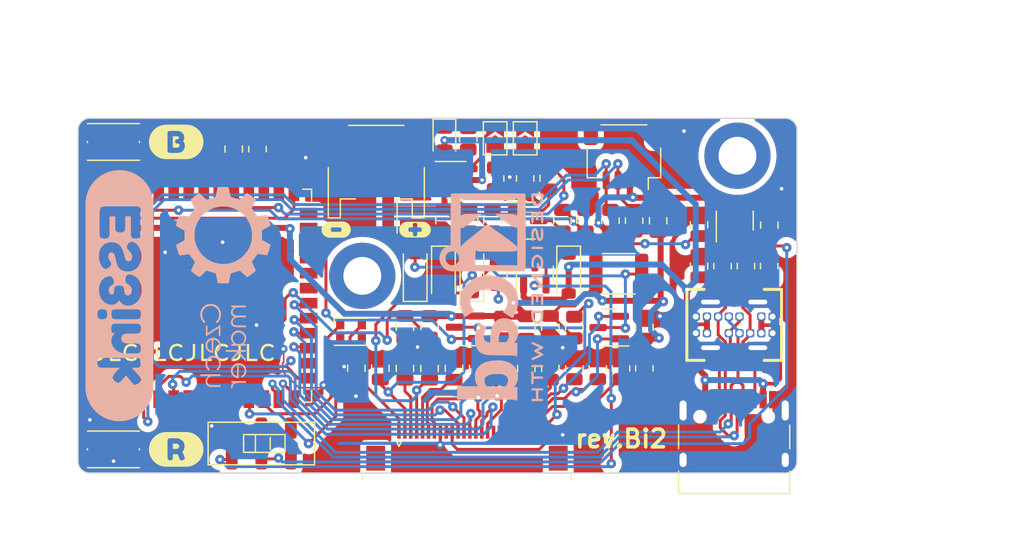
<source format=kicad_pcb>
(kicad_pcb (version 20221018) (generator pcbnew)
  (layers (0 "F.Cu" signal) (31 "B.Cu" signal) (34 "B.Paste" user) (35 "F.Paste" user) (36 "B.SilkS" user "B.Silkscreen") (37 "F.SilkS" user "F.Silkscreen") (38 "B.Mask" user) (39 "F.Mask" user) (44 "Edge.Cuts" user))
  (net 0 "")
  (net 1 "+5V")
  (net 2 "GND")
  (net 3 "+3V3")
  (net 4 "/IO38")
  (net 5 "Net-(Q4-G)")
  (net 6 "/EN")
  (net 7 "Net-(J2-Pin_22)")
  (net 8 "Net-(D2-A)")
  (net 9 "Net-(J2-Pin_1)")
  (net 10 "Net-(J2-Pin_6)")
  (net 11 "Net-(J2-Pin_7)")
  (net 12 "Net-(D1-A)")
  (net 13 "Net-(D2-K)")
  (net 14 "Net-(J2-Pin_5)")
  (net 15 "Net-(J2-Pin_21)")
  (net 16 "Net-(D1-K)")
  (net 17 "Net-(J2-Pin_20)")
  (net 18 "Net-(C19-Pad1)")
  (net 19 "/BAT+")
  (net 20 "Net-(D5-K)")
  (net 21 "Net-(D4-K)")
  (net 22 "Net-(J1-CC1)")
  (net 23 "/D+")
  (net 24 "/D-")
  (net 25 "Net-(J1-CC2)")
  (net 27 "Net-(J2-Pin_23)")
  (net 28 "Net-(J2-Pin_3)")
  (net 31 "/P8")
  (net 32 "/IO6")
  (net 33 "/IO5")
  (net 34 "/IO10")
  (net 35 "/IO9")
  (net 36 "/IO12")
  (net 37 "/IO11")
  (net 38 "Net-(J2-Pin_10)")
  (net 39 "/IO3")
  (net 40 "/IO4")
  (net 41 "Net-(JP1-A)")
  (net 42 "Net-(JP1-B)")
  (net 43 "Net-(JP2-A)")
  (net 44 "Net-(Q4-D)")
  (net 45 "Net-(U3-STAT)")
  (net 46 "/IO0")
  (net 47 "/IO7")
  (net 48 "/IO15")
  (net 49 "/IO16")
  (net 50 "/IO18")
  (net 51 "/IO8")
  (net 52 "/IO17")
  (net 53 "/IO46")
  (net 54 "/IO21")
  (net 55 "/IO47")
  (net 56 "/IO48")
  (net 57 "/IO45")
  (net 58 "/IO39")
  (net 59 "/IO13")
  (net 60 "/IO14")
  (net 61 "/IO40")
  (net 62 "/IO41")
  (net 63 "/IO42")
  (net 64 "/IO44")
  (net 68 "/IO43")
  (net 69 "/IO2")
  (net 70 "/IO1")
  (net 71 "Net-(SW3-B)")
  (footprint "Jumper:SolderJumper-2_P1.3mm_Open_TrianglePad1.0x1.5mm" (layer "F.Cu") (at 37.810034 -28.30244 90)
    (fp_text reference "JP2" hide)
    (fp_text value "SolderJumper_2_Open" hide)
  )
  (footprint "Resistor_SMD:R_0805_2012Metric" (layer "F.Cu") (at 58.442411 -17.5006 90)
    (fp_text reference "R2" hide)
    (fp_text value "5K1" hide)
  )
  (footprint "Capacitor_SMD:C_0805_2012Metric" (layer "F.Cu") (at 52.5102 -17.5006 90)
    (fp_text reference "C1" hide)
    (fp_text value "1uF" hide)
  )
  (footprint "Resistor_SMD:R_0805_2012Metric" (layer "F.Cu") (at 37.810034 -24.913704 90)
    (fp_text reference "R16" hide)
    (fp_text value "10K" hide)
  )
  (footprint "MountingHole:MountingHole_3.2mm_M3_DIN965_Pad" (layer "F.Cu") (at 55.7614 -26.8326)
    (fp_text reference "H1" hide)
    (fp_text value "MountingHole")
  )
  (footprint "Capacitor_SMD:C_0805_2012Metric" (layer "F.Cu") (at 37.9052 -8.8456 90)
    (fp_text reference "C15" hide)
    (fp_text value "1uF" hide)
  )
  (footprint "Diode_SMD:D_SOD-123" (layer "F.Cu") (at 33.3078 -16.8729 90)
    (fp_text reference "D2" hide)
    (fp_text value "MBR0520LT" hide)
  )
  (footprint "Connector_JST:JST_SH_SM04B-SRSS-TB_1x04-1MP_P1.00mm_Horizontal" (layer "F.Cu") (at 46.1602 -26.7564 180)
    (fp_text reference "J4" hide)
    (fp_text value "Conn_01x04_Socket" hide)
  )
  (footprint "Diode_SMD:D_0805_2012Metric" (layer "F.Cu") (at 30.981917 -28.240302 -90)
    (fp_text reference "D4" hide)
    (fp_text value "LED" hide)
  )
  (footprint "Resistor_SMD:R_0805_2012Metric" (layer "F.Cu") (at 35.272014 -24.913704 90)
    (fp_text reference "R17" hide)
    (fp_text value "10K" hide)
  )
  (footprint "PCM_kikit:Tab" (layer "F.Cu") (at -0.25 -2.75)
    (fp_text reference "T2" hide)
    (fp_text value "Tab")
  )
  (footprint "Resistor_SMD:R_0805_2012Metric" (layer "F.Cu") (at 29.7264 -12.3546 -90)
    (fp_text reference "R3" hide)
    (fp_text value "10K" hide)
  )
  (footprint "Capacitor_SMD:C_0805_2012Metric" (layer "F.Cu") (at 35.8732 -8.8456 90)
    (fp_text reference "C12" hide)
    (fp_text value "1uF" hide)
  )
  (footprint "Capacitor_SMD:C_0805_2012Metric" (layer "F.Cu") (at 23.5288 -8.8646 90)
    (fp_text reference "C10" hide)
    (fp_text value "1uF" hide)
  )
  (footprint "Capacitor_SMD:C_0805_2012Metric" (layer "F.Cu") (at 49.0558 -21.337399 90)
    (fp_text reference "C5" hide)
    (fp_text value "10uF" hide)
  )
  (footprint "Resistor_SMD:R_0805_2012Metric" (layer "F.Cu") (at 35.040561 -21.341194 -90)
    (fp_text reference "R18" hide)
    (fp_text value "10K" hide)
  )
  (footprint "Resistor_SMD:R_0805_2012Metric" (layer "F.Cu") (at 47.8874 -8.8456 -90)
    (fp_text reference "R12" hide)
    (fp_text value "10K" hide)
  )
  (footprint "PCM_kikit:Tab" (layer "F.Cu") (at 51.75 -30.25 -90)
    (fp_text reference "T3" hide)
    (fp_text value "Tab")
  )
  (footprint "Capacitor_SMD:C_0805_2012Metric" (layer "F.Cu") (at 31.792 -8.8456 90)
    (fp_text reference "C18" hide)
    (fp_text value "1uF" hide)
  )
  (footprint "Connector_FFC-FPC:TE_2-1734839-4_1x24-1MP_P0.5mm_Horizontal" (layer "F.Cu") (at 32.887 -2.105)
    (fp_text reference "J2" hide)
    (fp_text value "Conn_01x24_Pin" hide)
  )
  (footprint "dronecz:USB_C_Receptacle_HRO_TYPE-C-31-M-15" (layer "F.Cu") (at 55.482 -12.529 90)
    (fp_text reference "J5" hide)
    (fp_text value "USB_C_Receptacle_USB2.0")
  )
  (footprint "Capacitor_SMD:C_0805_2012Metric" (layer "F.Cu") (at 39.9372 -12.3292 -90)
    (fp_text reference "C19" hide)
    (fp_text value "4u7F" hide)
  )
  (footprint "Resistor_SMD:R_0805_2012Metric" (layer "F.Cu") (at 45.0172 -21.337399 -90)
    (fp_text reference "R7" hide)
    (fp_text value "10K" hide)
  )
  (footprint "Capacitor_SMD:C_0805_2012Metric" (layer "F.Cu") (at 58.4538 -20.9652 90)
    (fp_text reference "C6" hide)
    (fp_text value "22uF" hide)
  )
  (footprint "Capacitor_SMD:C_0805_2012Metric" (layer "F.Cu") (at 27.6436 -12.3292 -90)
    (fp_text reference "C7" hide)
    (fp_text value "1uF" hide)
  )
  (footprint "kibuzzard-64921EFB" (layer "F.Cu") (at 28.5 -20.5842)
    (fp_text reference "kibuzzard-64921EFB" hide)
    (fp_text value "G***" hide)
  )
  (footprint "Capacitor_SMD:C_0805_2012Metric" (layer "F.Cu") (at 29.7264 -8.8456 90)
    (fp_text reference "C17" hide)
    (fp_text value "1uF" hide)
  )
  (footprint "Resistor_SMD:R_0805_2012Metric" (layer "F.Cu") (at 47.0238 -21.337399 -90)
    (fp_text reference "R6" hide)
    (fp_text value "10K" hide)
  )
  (footprint "Capacitor_SMD:C_0805_2012Metric" (layer "F.Cu") (at 39.797574 -24.93717 90)
    (fp_text reference "C4" hide)
    (fp_text value "10uF" hide)
  )
  (footprint "MountingHole:MountingHole_3.2mm_M3_DIN965_Pad" (layer "F.Cu") (at 24.0368 -16.6726)
    (fp_text reference "H2" hide)
    (fp_text value "MountingHole")
  )
  (footprint "Resistor_SMD:R_0805_2012Metric" (layer "F.Cu") (at 41.9692 -8.8456 -90)
    (fp_text reference "R9" hide)
    (fp_text value "0,47R" hide)
  )
  (footprint "kibuzzard-649216A2" (layer "F.Cu") (at 8.3 -2)
    (fp_text reference "kibuzzard-649216A2" hide)
    (fp_text value "G***" hide)
  )
  (footprint "Resistor_SMD:R_0805_2012Metric" (layer "F.Cu") (at 41.9692 -12.3038 -90)
    (fp_text reference "R10" hide)
    (fp_text value "10R" hide)
  )
  (footprint "kibuzzard-649216B3" (layer "F.Cu") (at 8.3 -28)
    (fp_text reference "kibuzzard-649216B3" hide)
    (fp_text value "G***" hide)
  )
  (footprint "Capacitor_SMD:C_0805_2012Metric" (layer "F.Cu") (at 27.6436 -8.8456 90)
    (fp_text reference "C8" hide)
    (fp_text value "1uF" hide)
  )
  (footprint "Button_Switch_SMD:SW_Push_1P1T_NO_CK_KMR2" (layer "F.Cu") (at 3 -2)
    (fp_text reference "SW1" hide)
    (fp_text value "RESET" hide)
  )
  (footprint "Connector_USB:USB_C_Receptacle_HRO_TYPE-C-31-M-12" (layer "F.Cu") (at 55.482 -2.159)
    (fp_text reference "J1" hide)
    (fp_text value "USB_C_Receptacle_USB2.0" hide)
  )
  (footprint "kibuzzard-64921EEB" (layer "F.Cu") (at 21.827 -20.5842)
    (fp_text reference "kibuzzard-64921EEB" hide)
    (fp_text value "G***" hide)
  )
  (footprint "PCM_kikit:Tab" (layer "F.Cu") (at 48 0.25 90)
    (fp_text reference "T4" hide)
    (fp_text value "Tab")
  )
  (footprint "PCM_kikit:Tab" (layer "F.Cu") (at -0.25 -26.75)
    (fp_text reference "T1" hide)
    (fp_text value "Tab")
  )
  (footprint "Package_TO_SOT_SMD:SOT-23" (layer "F.Cu") (at 44.9133 -12.3038 180)
    (fp_text reference "Q2" hide)
    (fp_text value "SI1308EDL-T1-GE3" hide)
  )
  (footprint "Capacitor_SMD:C_0805_2012Metric" (layer "F.Cu") (at 30.989523 -21.340872 -90)
    (fp_text reference "C20" hide)
    (fp_text value "10uF" hide)
  )
  (footprint "Diode_SMD:D_SOD-123" (layer "F.Cu") (at 41.4866 -16.8279 -90)
    (fp_text reference "D5" hide)
    (fp_text value "MBR0520LT" hide)
  )
  (footprint "Capacitor_SMD:C_0805_2012Metric" (layer "F.Cu") (at 13.1656 -27.3914 90)
    (fp_text reference "C3" hide)
    (fp_text value "1uF" hide)
  )
  (footprint "dronecz:JS202011JCQN" (layer "F.Cu") (at 15.5 -2.5)
    (fp_text reference "SW3" hide)
    (fp_text value "SW_SPST")
  )
  (footprint "Resistor_SMD:R_0805_2012Metric" (layer "F.Cu") (at 54.500521 -17.495809 -90)
    (fp_text reference "R4" hide)
    (fp_text value "10K" hide)
  )
  (footprint "Capacitor_SMD:C_0805_2012Metric" (layer "F.Cu") (at 33.8412 -8.8456 90)
    (fp_text reference "C11" hide)
    (fp_text value "1uF" hide)
  )
  (footprint "Capacitor_SMD:C_0805_2012Metric" (layer "F.Cu") (at 47.8874 -12.310252 90)
    (fp_text reference "C2" hide)
    (fp_text value "10uF" hide)
  )
  (footprint "LED_SMD:LED_WS2812B-2020_PLCC4_2.0x2.0mm" (layer "F.Cu") (at 23.085 -11.95)
    (fp_text reference "D6" hide)
    (fp_text value "WS2812B")
  )
  (footprint "Package_TO_SOT_SMD:SOT-23-5" (layer "F.Cu") (at 55.5328 -21.3462 90)
    (fp_text reference "U2" hide)
    (fp_text value "AP2112K-3.3" hide)
  )
  (footprint "Jumper:SolderJumper-2_P1.3mm_Open_TrianglePad1.0x1.5mm" (layer "F.Cu") (at 35.272014 -28.30244 90)
    (fp_text reference "JP1" hide)
    (fp_text value "SolderJumper_2_Open" hide)
  )
  (footprint "Capacitor_SMD:C_0805_2012Metric" (layer "F.Cu") (at 35.543 -16.8504 90)
    (fp_text reference "C14" hide)
    (fp_text value "4u7F" hide)
  )
  (footprint "Package_TO_SOT_SMD:SOT-23" (layer "F.Cu") (at 38.010637 -21.343029)
    (fp_text reference "Q4" hide)
    (fp_text value "SI2305" hide)
  )
  (footprint "Resistor_SMD:R_0805_2012Metric" (layer "F.Cu") (at 45.915985 -8.8456 90)
    (fp_text reference "R13" hide)
    (fp_text value "0R" hide)
  )
  (footprint "ESP32_libraries:ESP32-S3-WROOM-2" (layer "F.Cu") (at 10 -15 90)
    (fp_text reference "U1" hide)
    (fp_text value "ESP32-S3-WROOM-2" hide)
  )
  (footprint "Inductor_SMD:L_1812_4532Metric" (layer "F.Cu") (at 45.7245 -16.8504 180)
    (fp_text reference "L1" hide)
    (fp_text value "68uH")
  )
  (footprint "Resistor_SMD:R_0805_2012Metric" (layer "F.Cu") (at 15.1722 -27.3914 90)
    (fp_text reference "R5" hide)
    (fp_text value "10K" hide)
  )
  (footprint "Diode_SMD:D_SOD-123" (layer "F.Cu") (at 28.5072 -16.8729 90)
    (fp_text reference "D1" hide)
    (fp_text value "MBR0520LT" hide)
  )
  (footprint "Package_TO_SOT_SMD:SOT-23-5" (layer "F.Cu") (at 31.993589 -24.784106)
    (fp_text reference "U3" hide)
    (fp_text value "MCP73831-2-OT" hide)
  )
  (footprint "Resistor_SMD:R_0805_2012Metric" (layer "F.Cu") (at 40.956696 -21.336496 90)
    (fp_text reference "R19" hide)
    (fp_text value "10K" hide)
  )
  (footprint "Resistor_SMD:R_0805_2012Metric" (layer "F.Cu") (at 35.8732 -12.3038 -90)
    (fp_text reference "R11" hide)
    (fp_text value "10K" hide)
  )
  (footprint "Capacitor_SMD:C_0805_2012Metric" (layer "F.Cu") (at 25.5608 -8.8646 90)
    (fp_text reference "C9" hide)
    (fp_text value "1uF" hide)
  )
  (footprint "Button_Switch_SMD:SW_Push_1P1T_NO_CK_KMR2" (layer "F.Cu") (at 3 -28)
    (fp_text reference "SW2" hide)
    (fp_text value "BOOT" hide)
  )
  (footprint "Connector_JST:JST_PH_S2B-PH-SM4-TB_1x02-1MP_P2.00mm_Horizontal" (layer "F.Cu") (at 25.220814 -24.88814 180)
    (fp_text reference "J3" hide)
    (fp_text value "Conn_01x02_Pin" hide)
  )
  (footprint "Capacitor_SMD:C_0805_2012Metric" (layer "F.Cu") (at 37.9052 -12.3038 -90)
    (fp_text reference "C13" hide)
    (fp_text value "100nF" hide)
  )
  (footprint "Resistor_SMD:R_0805_2012Metric" (layer "F.Cu") (at 42.909804 -21.337399 90)
    (fp_text reference "R20" hide)
    (fp_text value "10K" hide)
  )
  (footprint "Package_TO_SOT_SMD:SOT-23" (layer "F.Cu") (at 38.6264 -16.8504 90)
    (fp_text reference "Q3" hide)
    (fp_text value "DMG3415U-7" hide)
  )
  (footprint "Package_TO_SOT_SMD:SOT-23" (layer "F.Cu") (at 32.7744 -12.3292 180)
    (fp_text reference "Q1" hide)
    (fp_text value "DMG3415U-7" hide)
  )
  (footprint "Capacitor_SMD:C_0805_2012Metric" (layer "F.Cu") (at 39.9372 -8.8456 90)
    (fp_text reference "C16" hide)
    (fp_text value "1uF" hide)
  )
  (footprint "Resistor_SMD:R_0805_2012Metric" (layer "F.Cu") (at 33.000189 -28.260302 -90)
    (fp_text reference "R14" hide)
    (fp_text value "1K" hide)
  )
  (footprint "Resistor_SMD:R_0805_2012Metric" (layer "F.Cu") (at 43.9504 -8.8456 -90)
    (fp_text reference "R8" hide)
    (fp_text value "10K" hide)
  )
  (footprint "Resistor_SMD:R_0805_2012Metric" (layer "F.Cu") (at 56.478877 -17.5006 90)
    (fp_text reference "R1" hide)
    (fp_text value "5K1" hide)
  )
  (footprint "Capacitor_SMD:C_0805_2012Metric" (layer "F.Cu") (at 52.5102 -20.9906 90)
    (fp_text reference "C21" hide)
    (fp_text value "22uF" hide)
  )
  (footprint "Diode_SMD:D_SOD-123" (layer "F.Cu") (at 30.8948 -16.8279 -90)
    (fp_text reference "D3" hide)
    (fp_text value "MBR0520LT" hide)
  )
  (footprint "Resistor_SMD:R_0805_2012Metric" (layer "F.Cu") (at 33.068648 -21.340872 90)
    (fp_text reference "R15" hide)
    (fp_text value "10K" hide)
  )
  (footprint "Logo:czm_logo_small" (layer "B.Cu") (at 12.5 -15 -90)
    (fp_text reference "G***" hide)
    (fp_text value "LOGO" hide)
  )
  (footprint "Logo:Kicad_logo_medium" (layer "B.Cu") (at 35 -15 -90)
    (fp_text reference "G***" hide)
    (fp_text value "LOGO" hide)
  )
  (footprint "kibuzzard-64559702" (layer "B.Cu") (at 3.5 -15 -90)
    (fp_text reference "kibuzzard-64559702" hide)
    (fp_text value "G***" hide)
  )
  (gr_line (start 1 -30) (end 59.792893 -30) (stroke (width 0.1)) (layer "Edge.Cuts"))
  (gr_line (start 0 -1) (end 0 -29) (stroke (width 0.1)) (layer "Edge.Cuts"))
  (gr_line (start 1 0) (end 59.792893 0) (stroke (width 0.1)) (layer "Edge.Cuts"))
  (gr_arc (start 0 -29) (mid 0.292893 -29.707107) (end 1 -30) (stroke (width 0.1)) (layer "Edge.Cuts"))
  (gr_line (start 60.792893 -29) (end 60.792893 -1) (stroke (width 0.1)) (layer "Edge.Cuts"))
  (gr_arc (start 59.792893 -30) (mid 60.500004 -29.707109) (end 60.792893 -29) (stroke (width 0.1)) (layer "Edge.Cuts"))
  (gr_arc (start 60.792893 -1) (mid 60.499999 -0.292896) (end 59.792893 0) (stroke (width 0.1)) (layer "Edge.Cuts"))
  (gr_arc (start 1 0) (mid 0.292893 -0.292893) (end 0 -1) (stroke (width 0.1)) (layer "Edge.Cuts"))
  (gr_text "rev.Bi2" (at 45.9316 -2.0168) (layer "F.SilkS") (effects (font (size 1.5 1.5) (thickness 0.3) bold) (justify bottom)))
  (gr_text "JLCJLCJLCJLC" (at 9.017 -9.398) (layer "F.SilkS") (effects (font (size 1.27 1.5) (thickness 0.2)) (justify bottom)))
  (segment (start 37.6764 -14.8948) (end 37.6764 -15.9129) (width 0.508) (layer "F.Cu") (net 1))
  (segment (start 57.782 -11.829) (end 57.782 -12.507) (width 0.508) (layer "F.Cu") (net 1))
  (segment (start 34.1714 -24.7752) (end 33.3332 -24.7752) (width 0.508) (layer "F.Cu") (net 1))
  (segment (start 59.3844 -12.201746) (end 59.3844 -7.9766) (width 0.3048) (layer "F.Cu") (net 1))
  (segment (start 37.9052 -14.666) (end 37.6764 -14.8948) (width 0.508) (layer "F.Cu") (net 1))
  (segment (start 40.9659 -14.666) (end 37.9052 -14.666) (width 0.508) (layer "F.Cu") (net 1))
  (segment (start 30.988 -27.308885) (end 30.981917 -27.302802) (width 0.508) (layer "F.Cu") (net 1))
  (segment (start 53.1754 -12.5766) (end 51.4846 -12.5766) (width 0.3048) (layer "F.Cu") (net 1))
  (segment (start 53.182 -12.5832) (end 53.1754 -12.5766) (width 0.3048) (layer "F.Cu") (net 1))
  (segment (start 40.9703 -14.6616) (end 40.9659 -14.666) (width 0.508) (layer "F.Cu") (net 1))
  (segment (start 41.4866 -15.1779) (end 40.9703 -14.6616) (width 0.508) (layer "F.Cu") (net 1))
  (segment (start 53.032 -8.226) (end 53.032 -6.204) (width 0.508) (layer "F.Cu") (net 1))
  (segment (start 53.182 -13.229) (end 53.182 -12.5832) (width 0.3048) (layer "F.Cu") (net 1))
  (segment (start 59.079146 -12.507) (end 59.3844 -12.201746) (width 0.3048) (layer "F.Cu") (net 1))
  (segment (start 51.478 -9.78) (end 53.032 -8.226) (width 0.508) (layer "F.Cu") (net 1))
  (segment (start 57.932 -6.204) (end 57.932 -7.554) (width 0.508) (layer "F.Cu") (net 1))
  (segment (start 51.478 -12.5832) (end 51.478 -15.5184) (width 0.508) (layer "F.Cu") (net 1))
  (segment (start 52.5102 -16.5506) (end 54.467812 -16.5506) (width 0.508) (layer "F.Cu") (net 1))
  (segment (start 54.467812 -16.5506) (end 54.500521 -16.583309) (width 0.508) (layer "F.Cu") (net 1))
  (segment (start 51.4846 -12.5766) (end 51.478 -12.5832) (width 0.3048) (layer "F.Cu") (net 1))
  (segment (start 30.988 -28.140802) (end 30.988 -27.308885) (width 0.508) (layer "F.Cu") (net 1))
  (segment (start 59.3844 -7.9766) (end 58.9618 -7.554) (width 0.3048) (layer "F.Cu") (net 1))
  (segment (start 53.182 -11.829) (end 53.182 -13.229) (width 0.508) (layer "F.Cu") (net 1))
  (segment (start 57.782 -12.507) (end 57.782 -13.229) (width 0.508) (layer "F.Cu") (net 1))
  (segment (start 51.478 -15.5184) (end 52.5102 -16.5506) (width 0.508) (layer "F.Cu") (net 1))
  (segment (start 58.9618 -7.554) (end 57.932 -7.554) (width 0.3048) (layer "F.Cu") (net 1))
  (segment (start 33.3332 -24.7752) (end 33.131089 -24.573089) (width 0.508) (layer "F.Cu") (net 1))
  (segment (start 33.131089 -24.573089) (end 33.131089 -23.834106) (width 0.508) (layer "F.Cu") (net 1))
  (segment (start 57.782 -12.507) (end 59.079146 -12.507) (width 0.3048) (layer "F.Cu") (net 1))
  (segment (start 51.478 -12.5832) (end 51.478 -9.78) (width 0.508) (layer "F.Cu") (net 1))
  (segment (start 41.4866 -17.4346) (end 41.4866 -15.1779) (width 0.508) (layer "F.Cu") (net 1))
  (via (at 51.478 -15.5184) (size 0.8) (drill 0.3) (layers "F.Cu" "B.Cu") (net 1))
  (via (at 53.032 -7.8588) (size 0.8) (drill 0.3) (layers "F.Cu" "B.Cu") (net 1))
  (via (at 34.1714 -24.7752) (size 0.7) (drill 0.3) (layers "F.Cu" "B.Cu") (net 1))
  (via (at 41.4866 -17.4346) (size 0.8) (drill 0.3) (layers "F.Cu" "B.Cu") (net 1))
  (via (at 30.988 -28.140802) (size 0.7) (drill 0.3) (layers "F.Cu" "B.Cu") (net 1))
  (via (at 57.932 -7.554) (size 0.8) (drill 0.3) (layers "F.Cu" "B.Cu") (net 1))
  (segment (start 57.6272 -7.8588) (end 57.932 -7.554) (width 0.508) (layer "B.Cu") (net 1))
  (segment (start 34.146 -28.140802) (end 30.988 -28.140802) (width 0.508) (layer "B.Cu") (net 1))
  (segment (start 51.478 -15.5184) (end 49.3674 -17.629) (width 0.508) (layer "B.Cu") (net 1))
  (segment (start 30.988 -28.140802) (end 46.817026 -28.140802) (width 0.508) (layer "B.Cu") (net 1))
  (segment (start 52.2308 -22.727028) (end 52.2308 -16.2712) (width 0.508) (layer "B.Cu") (net 1))
  (segment (start 34.1714 -28.115402) (end 34.146 -28.140802) (width 0.508) (layer "B.Cu") (net 1))
  (segment (start 53.032 -7.8588) (end 57.6272 -7.8588) (width 0.508) (layer "B.Cu") (net 1))
  (segment (start 52.2308 -16.2712) (end 51.478 -15.5184) (width 0.508) (layer "B.Cu") (net 1))
  (segment (start 34.1714 -24.7752) (end 34.1714 -28.115402) (width 0.508) (layer "B.Cu") (net 1))
  (segment (start 46.817026 -28.140802) (end 52.2308 -22.727028) (width 0.508) (layer "B.Cu") (net 1))
  (segment (start 49.3674 -17.629) (end 41.681 -17.629) (width 0.508) (layer "B.Cu") (net 1))
  (segment (start 41.681 -17.629) (end 41.4866 -17.4346) (width 0.508) (layer "B.Cu") (net 1))
  (segment (start 20.7637 -7.439308) (end 20.537892 -7.2135) (width 0.127) (layer "F.Cu") (net 2))
  (segment (start 17.3865 -9.365212) (end 17.3865 -10.476118) (width 0.127) (layer "F.Cu") (net 2))
  (segment (start 18.6745 -7.2135) (end 17.311089 -8.576911) (width 0.127) (layer "F.Cu") (net 2))
  (segment (start 30.6154 -2.3765) (end 30.637 -2.3981) (width 0.254) (layer "F.Cu") (net 2))
  (segment (start 17.311089 -9.2898) (end 17.3865 -9.365212) (width 0.127) (layer "F.Cu") (net 2))
  (segment (start 30.637 -2.3981) (end 30.637 -3.455) (width 0.254) (layer "F.Cu") (net 2))
  (segment (start 17.3865 -10.476118) (end 17.367211 -10.495407) (width 0.127) (layer "F.Cu") (net 2))
  (segment (start 35.272014 -24.001204) (end 37.810034 -24.001204) (width 0.508) (layer "F.Cu") (net 2))
  (segment (start 45.931892 -9.774007) (end 45.915985 -9.7581) (width 0.25) (layer "F.Cu") (net 2))
  (segment (start 20.537892 -7.2135) (end 18.6745 -7.2135) (width 0.127) (layer "F.Cu") (net 2))
  (segment (start 17.311089 -8.576911) (end 17.311089 -9.2898) (width 0.127) (layer "F.Cu") (net 2))
  (segment (start 42.908901 -22.248996) (end 42.909804 -22.249899) (width 0.25) (layer "F.Cu") (net 2))
  (via (at 49.2082 -13.269) (size 0.7) (drill 0.3) (layers "F.Cu" "B.Cu") (net 2))
  (via (at 19.25 -26.67) (size 0.7) (drill 0.3) (layers "F.Cu" "B.Cu") (net 2))
  (via (at 1 -4.5) (size 0.7) (drill 0.3) (layers "F.Cu" "B.Cu") (net 2))
  (via (at 30.6154 -2.3765) (size 0.7) (drill 0.3) (layers "F.Cu" "B.Cu") (net 2))
  (via (at 12.2258 -19.5174) (size 0.7) (drill 0.3) (layers "F.Cu" "B.Cu") (net 2))
  (via (at 20.7637 -7.439308) (size 0.7) (drill 0.3) (layers "F.Cu" "B.Cu") (net 2))
  (via (at 15.096 -12.507) (size 0.7) (drill 0.3) (layers "F.Cu" "B.Cu") (net 2))
  (via (at 51.2402 -28.9154) (size 0.7) (drill 0.3) (layers "F.Cu" "B.Cu") (net 2))
  (via (at 11.302036 -3.984833) (size 0.7) (drill 0.3) (layers "F.Cu" "B.Cu") (net 2))
  (via (at 59.4952 -24.0386) (size 0.7) (drill 0.3) (layers "F.Cu" "B.Cu") (net 2))
  (via (at 40.9786 -10.602) (size 0.7) (drill 0.3) (layers "F.Cu" "B.Cu") (net 2))
  (via (at 22.5 -9) (size 0.7) (drill 0.3) (layers "F.Cu" "B.Cu") (net 2))
  (via (at 23.5 -6.5) (size 0.7) (drill 0.3) (layers "F.Cu" "B.Cu") (net 2))
  (via (at 28.7104 -10.6528) (size 0.7) (drill 0.3) (layers "F.Cu" "B.Cu") (net 2))
  (via (at 36.5082 -25.0292) (size 0.7) (drill 0.3) (layers "F.Cu" "B.Cu") (net 2))
  (via (at 40.982 -3.229) (size 0.7) (drill 0.3) (layers "F.Cu" "B.Cu") (net 2))
  (via (at 3 -1) (size 0.7) (drill 0.3) (layers "F.Cu" "B.Cu") (net 2))
  (via (at 7.366 -18.669) (size 0.7) (drill 0.3) (layers "F.Cu" "B.Cu") (net 2))
  (via (at 17.367211 -10.495407) (size 0.7) (drill 0.3) (layers "F.Cu" "B.Cu") (net 2))
  (segment (start 3.01 -20.2076) (end 3.01 -6.25) (width 0.508) (layer "F.Cu") (net 3))
  (segment (start 35.8103 -13.2792) (end 35.8732 -13.2163) (width 0.508) (layer "F.Cu") (net 3))
  (segment (start 44.3314 -14.5644) (end 49.4356 -14.5644) (width 0.508) (layer "F.Cu") (net 3))
  (segment (start 37.8677 -13.2163) (end 37.9052 -13.2538) (width 0.508) (layer "F.Cu") (net 3))
  (segment (start 33.6998 -13.2671) (end 33.7119 -13.2792) (width 0.508) (layer "F.Cu") (net 3))
  (segment (start 33.7119 -13.2792) (end 35.8103 -13.2792) (width 0.508) (layer "F.Cu") (net 3))
  (segment (start 54.5828 -23.0836) (end 54.5828 -22.4837) (width 0.508) (layer "F.Cu") (net 3))
  (segment (start 37.9052 -13.2538) (end 37.9052 -13.2944) (width 0.508) (layer "F.Cu") (net 3))
  (segment (start 3.5314 -20.729) (end 3.01 -20.2076) (width 0.508) (layer "F.Cu") (net 3))
  (segment (start 45.0172 -20.424899) (end 47.0238 -20.424899) (width 0.508) (layer "F.Cu") (net 3))
  (segment (start 58.4538 -20.0152) (end 57.0518 -21.4172) (width 0.508) (layer "F.Cu") (net 3))
  (segment (start 47.8874 -9.7581) (end 47.8874 -11.360252) (width 0.508) (layer "F.Cu") (net 3))
  (segment (start 17.9154 -20.6604) (end 17.8468 -20.729) (width 0.508) (layer "F.Cu") (net 3))
  (segment (start 49.077452 -11.360252) (end 49.132 -11.4148) (width 0.508) (layer "F.Cu") (net 3))
  (segment (start 35.8732 -13.2163) (end 37.8677 -13.2163) (width 0.508) (layer "F.Cu") (net 3))
  (segment (start 49.266 -14.734) (end 49.266 -20.177199) (width 0.508) (layer "F.Cu") (net 3))
  (segment (start 49.266 -20.177199) (end 49.0558 -20.387399) (width 0.508) (layer "F.Cu") (net 3))
  (segment (start 49.4356 -14.5644) (end 49.5 -14.5) (width 0.508) (layer "F.Cu") (net 3))
  (segment (start 55.0046 -21.4172) (end 54.5828 -21.839) (width 0.508) (layer "F.Cu") (net 3))
  (segment (start 49.0183 -20.424899) (end 49.0558 -20.387399) (width 0.508) (layer "F.Cu") (net 3))
  (segment (start 57.0518 -21.4172) (end 55.0046 -21.4172) (width 0.508) (layer "F.Cu") (net 3))
  (segment (start 54.3898 -23.2766) (end 54.5828 -23.0836) (width 0.508) (layer "F.Cu") (net 3))
  (segment (start 17.8468 -20.729) (end 3.5314 -20.729) (width 0.508) (layer "F.Cu") (net 3))
  (segment (start 37.9052 -13.2944) (end 36.813 -14.3866) (width 0.508) (layer "F.Cu") (net 3))
  (segment (start 45.0172 -20.424899) (end 44.737093 -20.424899) (width 0.508) (layer "F.Cu") (net 3))
  (segment (start 54.5828 -21.839) (end 54.5828 -22.4837) (width 0.508) (layer "F.Cu") (net 3))
  (segment (start 44.737093 -20.424899) (end 44.011603 -21.150389) (width 0.508) (layer "F.Cu") (net 3))
  (segment (start 49.5 -14.5) (end 49.266 -14.734) (width 0.508) (layer "F.Cu") (net 3))
  (segment (start 29.7264 -13.2671) (end 33.6998 -13.2671) (width 0.508) (layer "F.Cu") (net 3))
  (segment (start 46.6602 -24.7564) (end 46.6602 -23.5386) (width 0.508) (layer "F.Cu") (net 3))
  (segment (start 47.8874 -11.360252) (end 49.077452 -11.360252) (width 0.508) (layer "F.Cu") (net 3))
  (segment (start 46.6602 -23.5386) (end 46.9222 -23.2766) (width 0.508) (layer "F.Cu") (net 3))
  (segment (start 46.9222 -23.2766) (end 54.3898 -23.2766) (width 0.508) (layer "F.Cu") (net 3))
  (segment (start 47.0238 -20.424899) (end 49.0183 -20.424899) (width 0.508) (layer "F.Cu") (net 3))
  (via (at 44.011603 -21.150389) (size 0.8) (drill 0.3) (layers "F.Cu" "B.Cu") (net 3))
  (via (at 36.813 -14.3866) (size 0.8) (drill 0.3) (layers "F.Cu" "B.Cu") (net 3))
  (via (at 17.9154 -20.6604) (size 0.8) (drill 0.3) (layers "F.Cu" "B.Cu") (net 3))
  (via (at 49.5 -14.5) (size 0.8) (drill 0.3) (layers "F.Cu" "B.Cu") (net 3))
  (via (at 31.5806 -13.2671) (size 0.8) (drill 0.3) (layers "F.Cu" "B.Cu") (net 3))
  (via (at 46.9222 -23.311899) (size 0.8) (drill 0.3) (layers "F.Cu" "B.Cu") (net 3))
  (via (at 49.132 -11.4148) (size 0.8) (drill 0.3) (layers "F.Cu" "B.Cu") (net 3))
  (via (at 44.3314 -14.5644) (size 0.8) (drill 0.3) (layers "F.Cu" "B.Cu") (net 3))
  (segment (start 17.9154 -20.6604) (end 17.9154 -18.0846) (width 0.508) (layer "B.Cu") (net 3))
  (segment (start 31.3791 -13.4686) (end 31.5806 -13.2671) (width 0.508) (layer "B.Cu") (net 3))
  (segment (start 44.011603 -21.150389) (end 44.011603 -22.753603) (width 0.508) (layer "B.Cu") (net 3))
  (segment (start 49.5 -14.5) (end 49.372882 -14.5) (width 0.508) (layer "B.Cu") (net 3))
  (segment (start 17.9154 -18.0846) (end 22.5314 -13.4686) (width 0.508) (layer "B.Cu") (net 3))
  (segment (start 44.011603 -22.753603) (end 44.569899 -23.311899) (width 0.508) (layer "B.Cu") (net 3))
  (segment (start 42.102172 -14.3866) (end 42.855372 -15.1398) (width 0.508) (layer "B.Cu") (net 3))
  (segment (start 36.813 -14.3866) (end 42.102172 -14.3866) (width 0.508) (layer "B.Cu") (net 3))
  (segment (start 48.4542 -12.0926) (end 49.132 -11.4148) (width 0.508) (layer "B.Cu") (net 3))
  (segment (start 49.372882 -14.5) (end 48.4542 -13.581318) (width 0.508) (layer "B.Cu") (net 3))
  (segment (start 44.569899 -23.311899) (end 46.9222 -23.311899) (width 0.508) (layer "B.Cu") (net 3))
  (segment (start 43.756 -15.1398) (end 44.3314 -14.5644) (width 0.508) (layer "B.Cu") (net 3))
  (segment (start 48.4542 -13.581318) (end 48.4542 -12.0926) (width 0.508) (layer "B.Cu") (net 3))
  (segment (start 22.5314 -13.4686) (end 31.3791 -13.4686) (width 0.508) (layer "B.Cu") (net 3))
  (segment (start 42.855372 -15.1398) (end 43.756 -15.1398) (width 0.508) (layer "B.Cu") (net 3))
  (segment (start 15.1347 -26.4414) (end 15.1722 -26.4789) (width 0.25) (layer "F.Cu") (net 4))
  (segment (start 13.17 -26.437) (end 13.17 -23.75) (width 0.25) (layer "F.Cu") (net 4))
  (segment (start 13.1656 -26.4414) (end 15.1347 -26.4414) (width 0.25) (layer "F.Cu") (net 4))
  (segment (start 13.1656 -26.4414) (end 13.17 -26.437) (width 0.25) (layer "F.Cu") (net 4))
  (segment (start 35.040561 -22.253694) (end 37.033802 -22.253694) (width 0.25) (layer "F.Cu") (net 5))
  (segment (start 37.073137 -22.293029) (end 37.146366 -22.2198) (width 0.25) (layer "F.Cu") (net 5))
  (segment (start 39.797574 -22.679774) (end 39.797574 -23.98717) (width 0.25) (layer "F.Cu") (net 5))
  (segment (start 39.3376 -22.2198) (end 39.797574 -22.679774) (width 0.25) (layer "F.Cu") (net 5))
  (segment (start 37.033802 -22.253694) (end 37.073137 -22.293029) (width 0.25) (layer "F.Cu") (net 5))
  (segment (start 37.146366 -22.2198) (end 39.3376 -22.2198) (width 0.25) (layer "F.Cu") (net 5))
  (segment (start 5.05 -2.8) (end 4.28 -3.57) (width 0.25) (layer "F.Cu") (net 6))
  (segment (start 26.46 -13.2792) (end 27.6436 -13.2792) (width 0.25) (layer "F.Cu") (net 6))
  (segment (start 17.509 -14.7422) (end 18.017 -15.2502) (width 0.25) (layer "F.Cu") (net 6))
  (segment (start 26.145 -12.9642) (end 26.46 -13.2792) (width 0.25) (layer "F.Cu") (net 6))
  (segment (start 17.509 -13.009) (end 17.509 -14.7422) (width 0.25) (layer "F.Cu") (net 6))
  (segment (start 4.28 -3.57) (end 4.28 -6.25) (width 0.25) (layer "F.Cu") (net 6))
  (segment (start 27.6436 -13.2792) (end 27.8893 -13.2792) (width 0.25) (layer "F.Cu") (net 6))
  (segment (start 0.95 -2.8) (end 3.8608 -2.8) (width 0.25) (layer "F.Cu") (net 6))
  (segment (start 26.145 -11.237) (end 26.145 -12.9642) (width 0.25) (layer "F.Cu") (net 6))
  (segment (start 18.017 -15.2502) (end 18.200498 -15.2502) (width 0.25) (layer "F.Cu") (net 6))
  (segment (start 4.28 -6.25) (end 4.28 -8.0664) (width 0.25) (layer "F.Cu") (net 6))
  (segment (start 4.28 -8.0664) (end 6.7136 -10.5) (width 0.25) (layer "F.Cu") (net 6))
  (segment (start 6.7136 -10.5) (end 15 -10.5) (width 0.25) (layer "F.Cu") (net 6))
  (segment (start 15 -10.5) (end 17.509 -13.009) (width 0.25) (layer "F.Cu") (net 6))
  (segment (start 27.8893 -13.2792) (end 29.7264 -11.4421) (width 0.25) (layer "F.Cu") (net 6))
  (segment (start 3.8608 -2.8) (end 5.05 -2.8) (width 0.25) (layer "F.Cu") (net 6))
  (via (at 18.200498 -15.2502) (size 0.8) (drill 0.3) (layers "F.Cu" "B.Cu") (net 6))
  (via (at 26.145 -11.237) (size 0.8) (drill 0.3) (layers "F.Cu" "B.Cu") (net 6))
  (segment (start 25.5208 -11.8612) (end 26.145 -11.237) (width 0.25) (layer "B.Cu") (net 6))
  (segment (start 21.6092 -11.8612) (end 25.5208 -11.8612) (width 0.25) (layer "B.Cu") (net 6))
  (segment (start 18.200498 -15.2502) (end 18.216395 -15.2502) (width 0.25) (layer "B.Cu") (net 6))
  (segment (start 18.216395 -15.2502) (end 20.526995 -12.9396) (width 0.25) (layer "B.Cu") (net 6))
  (segment (start 20.5308 -12.9396) (end 21.6092 -11.8612) (width 0.25) (layer "B.Cu") (net 6))
  (segment (start 20.526995 -12.9396) (end 20.5308 -12.9396) (width 0.25) (layer "B.Cu") (net 6))
  (segment (start 45.8406 -13.2436) (end 45.8508 -13.2538) (width 0.25) (layer "F.Cu") (net 7))
  (segment (start 39.992871 -6.702157) (end 40.568757 -6.702157) (width 0.25) (layer "F.Cu") (net 7))
  (segment (start 37.637 -3.455) (end 37.637 -4.346286) (width 0.25) (layer "F.Cu") (net 7))
  (segment (start 37.637 -4.346286) (end 39.992871 -6.702157) (width 0.25) (layer "F.Cu") (net 7))
  (segment (start 41.7997 -7.9331) (end 41.9692 -7.9331) (width 0.25) (layer "F.Cu") (net 7))
  (segment (start 44.0266 -13.2436) (end 45.8406 -13.2436) (width 0.25) (layer "F.Cu") (net 7))
  (segment (start 40.568757 -6.702157) (end 41.7997 -7.9331) (width 0.25) (layer "F.Cu") (net 7))
  (via (at 41.050111 -7.163655) (size 0.8) (drill 0.3) (layers "F.Cu" "B.Cu") (net 7))
  (via (at 44.0266 -13.2436) (size 0.8) (drill 0.3) (layers "F.Cu" "B.Cu") (net 7))
  (segment (start 43.25 -9.363544) (end 43.25 -11.705) (width 0.25) (layer "B.Cu") (net 7))
  (segment (start 43.25 -11.705) (end 44.0266 -12.4816) (width 0.25) (layer "B.Cu") (net 7))
  (segment (start 41.050111 -7.163655) (end 43.25 -9.363544) (width 0.25) (layer "B.Cu") (net 7))
  (segment (start 44.0266 -12.4816) (end 44.0266 -13.2436) (width 0.25) (layer "B.Cu") (net 7))
  (segment (start 25.5608 -7.5286) (end 25.5608 -7.9146) (width 0.25) (layer "F.Cu") (net 8))
  (segment (start 27.637 -3.455) (end 27.637 -5.4524) (width 0.25) (layer "F.Cu") (net 8))
  (segment (start 27.637 -5.4524) (end 26.2339 -6.8555) (width 0.25) (layer "F.Cu") (net 8))
  (segment (start 33.3332 -16.7234) (end 33.3078 -16.7488) (width 0.25) (layer "F.Cu") (net 8))
  (segment (start 33.3078 -16.7488) (end 33.3078 -18.5229) (width 0.25) (layer "F.Cu") (net 8))
  (segment (start 26.2339 -6.8555) (end 25.5608 -7.5286) (width 0.25) (layer "F.Cu") (net 8))
  (via (at 33.3332 -16.7234) (size 0.8) (drill 0.3) (layers "F.Cu" "B.Cu") (net 8))
  (via (at 26.2339 -6.8555) (size 0.8) (drill 0.3) (layers "F.Cu" "B.Cu") (net 8))
  (segment (start 33.3332 -16.7234) (end 32.6333 -16.0235) (width 0.25) (layer "B.Cu") (net 8))
  (segment (start 32.6333 -16.0235) (end 32.6333 -8.5559) (width 0.25) (layer "B.Cu") (net 8))
  (segment (start 27.0514 -7.673) (end 26.2339 -6.8555) (width 0.25) (layer "B.Cu") (net 8))
  (segment (start 31.7504 -7.673) (end 27.0514 -7.673) (width 0.25) (layer "B.Cu") (net 8))
  (segment (start 32.6333 -8.5559) (end 31.7504 -7.673) (width 0.25) (layer "B.Cu") (net 8))
  (segment (start 23.8032 -7.9146) (end 23.5288 -7.9146) (width 0.25) (layer "F.Cu") (net 9))
  (segment (start 27.137 -4.5808) (end 23.8032 -7.9146) (width 0.25) (layer "F.Cu") (net 9))
  (segment (start 27.137 -3.455) (end 27.137 -4.5808) (width 0.25) (layer "F.Cu") (net 9))
  (segment (start 32.617 -6.6714) (end 33.8412 -7.8956) (width 0.25) (layer "F.Cu") (net 10))
  (segment (start 29.637 -3.455) (end 29.637 -4.18) (width 0.25) (layer "F.Cu") (net 10))
  (segment (start 29.637 -4.18) (end 29.537 -4.28) (width 0.25) (layer "F.Cu") (net 10))
  (segment (start 30.1392 -6.6714) (end 32.617 -6.6714) (width 0.25) (layer "F.Cu") (net 10))
  (segment (start 29.537 -4.28) (end 29.537 -6.0692) (width 0.25) (layer "F.Cu") (net 10))
  (segment (start 29.537 -6.0692) (end 30.1392 -6.6714) (width 0.25) (layer "F.Cu") (net 10))
  (segment (start 29.937 -4.445685) (end 29.937 -5.758) (width 0.25) (layer "F.Cu") (net 11))
  (segment (start 30.137 -3.455) (end 30.137 -4.245685) (width 0.25) (layer "F.Cu") (net 11))
  (segment (start 29.937 -5.758) (end 30.4504 -6.2714) (width 0.25) (layer "F.Cu") (net 11))
  (segment (start 30.4504 -6.2714) (end 32.782685 -6.2714) (width 0.25) (layer "F.Cu") (net 11))
  (segment (start 33.592542 -7.081257) (end 35.058857 -7.081257) (width 0.25) (layer "F.Cu") (net 11))
  (segment (start 30.137 -4.245685) (end 29.937 -4.445685) (width 0.25) (layer "F.Cu") (net 11))
  (segment (start 32.782685 -6.2714) (end 33.592542 -7.081257) (width 0.25) (layer "F.Cu") (net 11))
  (segment (start 35.058857 -7.081257) (end 35.8732 -7.8956) (width 0.25) (layer "F.Cu") (net 11))
  (segment (start 46.2872 -16.825) (end 47.8366 -16.825) (width 0.25) (layer "F.Cu") (net 12))
  (segment (start 43.9758 -12.3038) (end 46.2364 -12.3038) (width 0.25) (layer "F.Cu") (net 12))
  (segment (start 46.2364 -12.3038) (end 46.2872 -12.253) (width 0.25) (layer "F.Cu") (net 12))
  (segment (start 35.543 -15.9004) (end 35.543 -14.7168) (width 0.25) (layer "F.Cu") (net 12))
  (segment (start 28.5072 -17.4346) (end 28.4818 -17.4092) (width 0.25) (layer "F.Cu") (net 12))
  (segment (start 28.5072 -18.5229) (end 28.5072 -17.4346) (width 0.25) (layer "F.Cu") (net 12))
  (via (at 46.2872 -12.253) (size 0.8) (drill 0.3) (layers "F.Cu" "B.Cu") (net 12))
  (via (at 46.2872 -16.825) (size 0.8) (drill 0.3) (layers "F.Cu" "B.Cu") (net 12))
  (via (at 28.4818 -17.4092) (size 0.8) (drill 0.3) (layers "F.Cu" "B.Cu") (net 12))
  (via (at 35.543 -14.7168) (size 0.8) (drill 0.3) (layers "F.Cu" "B.Cu") (net 12))
  (segment (start 46.2872 -16.825) (end 46.1348 -16.6726) (width 0.25) (layer "B.Cu") (net 12))
  (segment (start 46.1348 -16.6726) (end 35.543 -16.6726) (width 0.25) (layer "B.Cu") (net 12))
  (segment (start 35.543 -16.6726) (end 35.543 -14.7168) (width 0.25) (layer "B.Cu") (net 12))
  (segment (start 46.2872 -12.253) (end 46.2872 -16.825) (width 0.25) (layer "B.Cu") (net 12))
  (segment (start 34.8064 -17.4092) (end 35.543 -16.6726) (width 0.25) (layer "B.Cu") (net 12))
  (segment (start 28.4818 -17.4092) (end 34.8064 -17.4092) (width 0.25) (layer "B.Cu") (net 12))
  (segment (start 34.273 -16.7488) (end 35.3246 -17.8004) (width 0.25) (layer "F.Cu") (net 13))
  (segment (start 34.273 -16.0122) (end 34.273 -16.7488) (width 0.25) (layer "F.Cu") (net 13))
  (segment (start 35.3246 -17.8004) (end 35.543 -17.8004) (width 0.25) (layer "F.Cu") (net 13))
  (segment (start 33.3078 -15.2229) (end 33.4837 -15.2229) (width 0.25) (layer "F.Cu") (net 13))
  (segment (start 33.4837 -15.2229) (end 34.273 -16.0122) (width 0.25) (layer "F.Cu") (net 13))
  (segment (start 33.3078 -15.2229) (end 30.9398 -15.2229) (width 0.25) (layer "F.Cu") (net 13))
  (segment (start 30.9398 -15.2229) (end 30.8948 -15.1779) (width 0.25) (layer "F.Cu") (net 13))
  (segment (start 29.137 -6.4058) (end 29.8026 -7.0714) (width 0.25) (layer "F.Cu") (net 14))
  (segment (start 31.5158 -7.8956) (end 31.792 -7.8956) (width 0.25) (layer "F.Cu") (net 14))
  (segment (start 29.8026 -7.0714) (end 30.6916 -7.0714) (width 0.25) (layer "F.Cu") (net 14))
  (segment (start 29.137 -3.455) (end 29.137 -6.4058) (width 0.25) (layer "F.Cu") (net 14))
  (segment (start 30.6916 -7.0714) (end 31.5158 -7.8956) (width 0.25) (layer "F.Cu") (net 14))
  (segment (start 39.9372 -7.212172) (end 39.9372 -7.8956) (width 0.25) (layer "F.Cu") (net 15))
  (segment (start 37.137 -4.411972) (end 39.9372 -7.212172) (width 0.25) (layer "F.Cu") (net 15))
  (segment (start 37.137 -3.455) (end 37.137 -4.411972) (width 0.25) (layer "F.Cu") (net 15))
  (segment (start 28.637 -6.998) (end 28.637 -3.455) (width 0.25) (layer "F.Cu") (net 16))
  (segment (start 27.838014 -15.2229) (end 28.5072 -15.2229) (width 0.25) (layer "F.Cu") (net 16))
  (segment (start 29.7264 -7.8956) (end 29.5346 -7.8956) (width 0.25) (layer "F.Cu") (net 16))
  (segment (start 25.1798 -12.564686) (end 27.838014 -15.2229) (width 0.25) (layer "F.Cu") (net 16))
  (segment (start 25.1798 -11.1862) (end 25.1798 -12.564686) (width 0.25) (layer "F.Cu") (net 16))
  (segment (start 29.5346 -7.8956) (end 28.637 -6.998) (width 0.25) (layer "F.Cu") (net 16))
  (via (at 28.637 -6.998) (size 0.8) (drill 0.3) (layers "F.Cu" "B.Cu") (net 16))
  (via (at 25.1798 -11.1862) (size 0.8) (drill 0.3) (layers "F.Cu" "B.Cu") (net 16))
  (segment (start 25.1798 -6.5634) (end 25.6246 -6.1186) (width 0.25) (layer "B.Cu") (net 16))
  (segment (start 28.2402 -6.1186) (end 28.637 -6.5154) (width 0.25) (layer "B.Cu") (net 16))
  (segment (start 28.637 -6.5154) (end 28.637 -6.998) (width 0.25) (layer "B.Cu") (net 16))
  (segment (start 25.1798 -11.1862) (end 25.1798 -6.5634) (width 0.25) (layer "B.Cu") (net 16))
  (segment (start 25.6246 -6.1186) (end 28.2402 -6.1186) (width 0.25) (layer "B.Cu") (net 16))
  (segment (start 36.637 -4.477658) (end 37.9052 -5.745858) (width 0.25) (layer "F.Cu") (net 17))
  (segment (start 37.9052 -5.745858) (end 37.9052 -7.8956) (width 0.25) (layer "F.Cu") (net 17))
  (segment (start 36.637 -3.455) (end 36.637 -4.477658) (width 0.25) (layer "F.Cu") (net 17))
  (segment (start 40.0813 -13.2792) (end 41.9692 -11.3913) (width 0.25) (layer "F.Cu") (net 18))
  (segment (start 40.7906 -14.1326) (end 42.030605 -14.1326) (width 0.25) (layer "F.Cu") (net 18))
  (segment (start 39.9372 -13.2792) (end 40.7906 -14.1326) (width 0.25) (layer "F.Cu") (net 18))
  (segment (start 42.030605 -14.1326) (end 43.587 -15.688995) (width 0.25) (layer "F.Cu") (net 18))
  (segment (start 39.9372 -13.2792) (end 40.0813 -13.2792) (width 0.25) (layer "F.Cu") (net 18))
  (segment (start 43.587 -15.688995) (end 43.587 -16.8504) (width 0.25) (layer "F.Cu") (net 18))
  (segment (start 30.989523 -22.290872) (end 31.814523 -21.465872) (width 0.25) (layer "F.Cu") (net 19))
  (segment (start 30.989523 -22.290872) (end 26.473546 -22.290872) (width 0.508) (layer "F.Cu") (net 19))
  (segment (start 38.197971 -20.393029) (end 37.073137 -20.393029) (width 0.25) (layer "F.Cu") (net 19))
  (segment (start 38.6264 -17.7879) (end 38.6264 -19.9646) (width 0.25) (layer "F.Cu") (net 19))
  (segment (start 31.814523 -21.465872) (end 34.003383 -21.465872) (width 0.25) (layer "F.Cu") (net 19))
  (segment (start 35.076226 -20.393029) (end 35.040561 -20.428694) (width 0.25) (layer "F.Cu") (net 19))
  (segment (start 34.003383 -21.465872) (end 35.040561 -20.428694) (width 0.25) (layer "F.Cu") (net 19))
  (segment (start 30.989523 -23.700672) (end 30.856089 -23.834106) (width 0.508) (layer "F.Cu") (net 19))
  (segment (start 30.989523 -22.250303) (end 30.989523 -23.700672) (width 0.508) (layer "F.Cu") (net 19))
  (segment (start 26.473546 -22.290872) (end 26.220814 -22.03814) (width 0.508) (layer "F.Cu") (net 19))
  (segment (start 38.6264 -19.9646) (end 38.197971 -20.393029) (width 0.25) (layer "F.Cu") (net 19))
  (segment (start 37.073137 -20.393029) (end 35.076226 -20.393029) (width 0.25) (layer "F.Cu") (net 19))
  (segment (start 38.591 -15.8598) (end 39.5233 -15.8598) (width 0.25) (layer "F.Cu") (net 20))
  (segment (start 51.3672 -19.3142) (end 52.0936 -20.0406) (width 0.25) (layer "F.Cu") (net 20))
  (segment (start 52.0936 -20.0406) (end 52.5102 -20.0406) (width 0.25) (layer "F.Cu") (net 20))
  (segment (start 45.0934 -6.302) (end 45.0934 -0.7976) (width 0.25) (layer "F.Cu") (net 20))
  (segment (start 39.5764 -17.785) (end 40.2693 -18.4779) (width 0.25) (layer "F.Cu") (net 20))
  (segment (start 52.5102 -20.0406) (end 54.4147 -20.0406) (width 0.25) (layer "F.Cu") (net 20))
  (segment (start 39.5764 -15.9129) (end 39.5764 -17.785) (width 0.25) (layer "F.Cu") (net 20))
  (segment (start 12 -1.143) (end 12.943 -1.143) (width 0.25) (layer "F.Cu") (net 20))
  (segment (start 42.3991 -19.3904) (end 47.9382 -19.3904) (width 0.25) (layer "F.Cu") (net 20))
  (segment (start 13 -3.8) (end 13 -1.2) (width 0.25) (layer "F.Cu") (net 20))
  (segment (start 54.4147 -20.0406) (end 54.5828 -20.2087) (width 0.25) (layer "F.Cu") (net 20))
  (segment (start 41.4866 -18.4779) (end 42.3991 -19.3904) (width 0.25) (layer "F.Cu") (net 20))
  (segment (start 12.943 -1.143) (end 13 -1.2) (width 0.25) (layer "F.Cu") (net 20))
  (segment (start 39.5233 -15.8598) (end 39.5764 -15.9129) (width 0.25) (layer "F.Cu") (net 20))
  (segment (start 40.2693 -18.4779) (end 41.4866 -18.4779) (width 0.25) (layer "F.Cu") (net 20))
  (via (at 51.3672 -19.3142) (size 0.8) (drill 0.3) (layers "F.Cu" "B.Cu") (net 20))
  (via (at 45.0934 -0.7976) (size 0.8) (drill 0.3) (layers "F.Cu" "B.Cu") (net 20))
  (via (at 47.9382 -19.3904) (size 0.8) (drill 0.3) (layers "F.Cu" "B.Cu") (net 20))
  (via (at 38.591 -15.8598) (size 0.8) (drill 0.3) (layers "F.Cu" "B.Cu") (net 20))
  (via (at 45.0934 -6.302) (size 0.8) (drill 0.3) (layers "F.Cu" "B.Cu") (net 20))
  (via (at 12 -1.143) (size 0.8) (drill 0.3) (layers "F.Cu" "B.Cu") (net 20))
  (segment (start 44.5854 -15.809) (end 38.6418 -15.809) (width 0.25) (layer "B.Cu") (net 20))
  (segment (start 45.06044 -15.33396) (end 44.5854 -15.809) (width 0.25) (layer "B.Cu") (net 20))
  (segment (start 38.6418 -15.809) (end 38.591 -15.8598) (width 0.25) (layer "B.Cu") (net 20))
  (segment (start 45.06044 -6.33496) (end 45.06044 -15.33396) (width 0.25) (layer "B.Cu") (net 20))
  (segment (start 51.291 -19.3904) (end 47.9382 -19.3904) (width 0.25) (layer "B.Cu") (net 20))
  (segment (start 51.3672 -19.3142) (end 51.291 -19.3904) (width 0.25) (layer "B.Cu") (net 20))
  (segment (start 12 -1.143) (end 12.599 -0.544) (width 0.25) (layer "B.Cu") (net 20))
  (segment (start 12.599 -0.544) (end 44.8398 -0.544) (width 0.25) (layer "B.Cu") (net 20))
  (segment (start 44.8398 -0.544) (end 45.0934 -0.7976) (width 0.25) (layer "B.Cu") (net 20))
  (segment (start 45.0934 -6.302) (end 45.06044 -6.33496) (width 0.25) (layer "B.Cu") (net 20))
  (segment (start 30.986632 -29.172802) (end 33.000189 -29.172802) (width 0.25) (layer "F.Cu") (net 21))
  (segment (start 30.981917 -29.177517) (end 30.986632 -29.172802) (width 0.25) (layer "F.Cu") (net 21))
  (segment (start 54.757 -10.131538) (end 54.757 -11.066462) (width 0.25) (layer "F.Cu") (net 22))
  (segment (start 54.232 -9.606538) (end 54.757 -10.131538) (width 0.25) (layer "F.Cu") (net 22))
  (segment (start 54.232 -6.204) (end 54.232 -9.606538) (width 0.25) (layer "F.Cu") (net 22))
  (segment (start 54.757 -13.991538) (end 54.757 -15.084) (width 0.25) (layer "F.Cu") (net 22))
  (segment (start 54.132 -13.366538) (end 54.757 -13.991538) (width 0.25) (layer "F.Cu") (net 22))
  (segment (start 54.757 -15.084) (end 56.2611 -16.5881) (width 0.25) (layer "F.Cu") (net 22))
  (segment (start 54.132 -13.229) (end 54.132 -13.366538) (width 0.25) (layer "F.Cu") (net 22))
  (segment (start 54.757 -11.066462) (end 54.132 -11.691462) (width 0.25) (layer "F.Cu") (net 22))
  (segment (start 56.2611 -16.5881) (end 56.478877 -16.5881) (width 0.25) (layer "F.Cu") (net 22))
  (segment (start 54.132 -11.691462) (end 54.132 -13.229) (width 0.25) (layer "F.Cu") (net 22))
  (segment (start 55.482 -7.659) (end 55.982 -7.659) (width 0.254) (layer "F.Cu") (net 23))
  (segment (start 17.3297 -7.564218) (end 17.346607 -7.564218) (width 0.254) (layer "F.Cu") (net 23))
  (segment (start 18.25 -6.660825) (end 18.25 -6.25) (width 0.254) (layer "F.Cu") (net 23))
  (segment (start 55.232 -7.409) (end 55.482 -7.659) (width 0.254) (layer "F.Cu") (net 23))
  (segment (start 56.232 -7.409) (end 56.232 -6.204) (width 0.254) (layer "F.Cu") (net 23))
  (segment (start 17.346607 -7.564218) (end 18.25 -6.660825) (width 0.254) (layer "F.Cu") (net 23))
  (segment (start 55.805 -7.836) (end 55.982 -7.659) (width 0.254) (layer "F.Cu") (net 23))
  (segment (start 55.232 -6.204) (end 55.232 -4.409) (width 0.254) (layer "F.Cu") (net 23))
  (segment (start 55.232 -4.409) (end 54.982 -4.159) (width 0.254) (layer "F.Cu") (net 23))
  (segment (start 55.805 -11.702) (end 55.805 -7.836) (width 0.254) (layer "F.Cu") (net 23))
  (segment (start 55.932 -11.829) (end 55.805 -11.702) (width 0.254) (layer "F.Cu") (net 23))
  (segment (start 55.982 -7.659) (end 56.232 -7.409) (width 0.254) (layer "F.Cu") (net 23))
  (segment (start 55.232 -6.204) (end 55.232 -7.409) (width 0.254) (layer "F.Cu") (net 23))
  (via (at 54.982 -4.159) (size 0.8) (drill 0.3) (layers "F.Cu" "B.Cu") (net 23))
  (via (at 17.3297 -7.564218) (size 0.7) (drill 0.3) (layers "F.Cu" "B.Cu") (net 23))
  (segment (start 55.932 -11.829) (end 55.932 -11.918225) (width 0.254) (layer "B.Cu") (net 23))
  (segment (start 17.3297 -6.181612) (end 21.761312 -1.75) (width 0.254) (layer "B.Cu") (net 23))
  (segment (start 45.630344 -3.465) (end 54.288 -3.465) (width 0.254) (layer "B.Cu") (net 23))
  (segment (start 55.932 -11.918225) (end 55.032 -12.818225) (width 0.254) (layer "B.Cu") (net 23))
  (segment (start 17.3297 -7.564218) (end 17.3297 -6.181612) (width 0.254) (layer "B.Cu") (net 23))
  (segment (start 43.915344 -1.75) (end 45.630344 -3.465) (width 0.254) (layer "B.Cu") (net 23))
  (segment (start 54.288 -3.465) (end 54.982 -4.159) (width 0.254) (layer "B.Cu") (net 23))
  (segment (start 55.032 -12.818225) (end 55.032 -13.229) (width 0.254) (layer "B.Cu") (net 23))
  (segment (start 21.761312 -1.75) (end 43.915344 -1.75) (width 0.254) (layer "B.Cu") (net 23))
  (segment (start 55.032 -11.918225) (end 55.932 -12.818225) (width 0.254) (layer "F.Cu") (net 24))
  (segment (start 16.440436 -7.56096) (end 16.440436 -7.096395) (width 0.254) (layer "F.Cu") (net 24))
  (segment (start 16.440436 -7.096395) (end 16.98 -6.556831) (width 0.254) (layer "F.Cu") (net 24))
  (segment (start 54.305 -3.836) (end 54.982 -3.159) (width 0.254) (layer "F.Cu") (net 24))
  (segment (start 54.305 -4.439423) (end 54.305 -3.836) (width 0.254) (layer "F.Cu") (net 24))
  (segment (start 54.982 -3.159) (end 55.482 -3.159) (width 0.254) (layer "F.Cu") (net 24))
  (segment (start 55.159 -9.406) (end 54.732 -8.979) (width 0.254) (layer "F.Cu") (net 24))
  (segment (start 55.732 -3.409) (end 55.482 -3.159) (width 0.254) (layer "F.Cu") (net 24))
  (segment (start 55.159 -11.702) (end 55.159 -9.406) (width 0.254) (layer "F.Cu") (net 24))
  (segment (start 54.732 -8.979) (end 54.732 -6.204) (width 0.254) (layer "F.Cu") (net 24))
  (segment (start 55.032 -11.829) (end 55.159 -11.702) (width 0.254) (layer "F.Cu") (net 24))
  (segment (start 54.732 -4.866423) (end 54.305 -4.439423) (width 0.254) (layer "F.Cu") (net 24))
  (segment (start 55.032 -11.829) (end 55.032 -11.918225) (width 0.254) (layer "F.Cu") (net 24))
  (segment (start 54.732 -6.204) (end 54.732 -4.866423) (width 0.254) (layer "F.Cu") (net 24))
  (segment (start 55.732 -6.204) (end 55.732 -3.409) (width 0.254) (layer "F.Cu") (net 24))
  (segment (start 55.932 -12.818225) (end 55.932 -13.229) (width 0.254) (layer "F.Cu") (net 24))
  (segment (start 16.98 -6.556831) (end 16.98 -6.25) (width 0.254) (layer "F.Cu") (net 24))
  (via (at 55.482 -3.159) (size 0.8) (drill 0.3) (layers "F.Cu" "B.Cu") (net 24))
  (via (at 16.440436 -7.56096) (size 0.7) (drill 0.3) (layers "F.Cu" "B.Cu") (net 24))
  (segment (start 16.440436 -7.56096) (end 16.9257 -7.075696) (width 0.254) (layer "B.Cu") (net 24))
  (segment (start 44.082686 -1.346) (end 45.797686 -3.061) (width 0.254) (layer "B.Cu") (net 24))
  (segment (start 16.9257 -6.01427) (end 21.59397 -1.346) (width 0.254) (layer "B.Cu") (net 24))
  (segment (start 45.797686 -3.061) (end 55.384 -3.061) (width 0.254) (layer "B.Cu") (net 24))
  (segment (start 21.59397 -1.346) (end 44.082686 -1.346) (width 0.254) (layer "B.Cu") (net 24))
  (segment (start 55.384 -3.061) (end 55.482 -3.159) (width 0.254) (layer "B.Cu") (net 24))
  (segment (start 16.9257 -7.075696) (end 16.9257 -6.01427) (width 0.254) (layer "B.Cu") (net 24))
  (segment (start 56.207 -11.066462) (end 56.832 -11.691462) (width 0.25) (layer "F.Cu") (net 25))
  (segment (start 57.232 -9.5472) (end 56.9552 -9.824) (width 0.25) (layer "F.Cu") (net 25))
  (segment (start 56.514538 -9.824) (end 56.207 -10.131538) (width 0.25) (layer "F.Cu") (net 25))
  (segment (start 57.232 -6.204) (end 57.232 -9.5472) (width 0.25) (layer "F.Cu") (net 25))
  (segment (start 56.514538 -15.234) (end 56.937455 -15.234) (width 0.25) (layer "F.Cu") (net 25))
  (segment (start 56.207 -13.991538) (end 56.207 -14.926462) (width 0.25) (layer "F.Cu") (net 25))
  (segment (start 56.832 -13.366538) (end 56.207 -13.991538) (width 0.25) (layer "F.Cu") (net 25))
  (segment (start 56.832 -11.691462) (end 56.832 -11.829) (width 0.25) (layer "F.Cu") (net 25))
  (segment (start 58.291555 -16.5881) (end 58.442411 -16.5881) (width 0.25) (layer "F.Cu") (net 25))
  (segment (start 56.832 -11.829) (end 56.832 -13.366538) (width 0.25) (layer "F.Cu") (net 25))
  (segment (start 56.207 -14.926462) (end 56.514538 -15.234) (width 0.25) (layer "F.Cu") (net 25))
  (segment (start 56.207 -10.131538) (end 56.207 -11.066462) (width 0.25) (layer "F.Cu") (net 25))
  (segment (start 56.937455 -15.234) (end 58.291555 -16.5881) (width 0.25) (layer "F.Cu") (net 25))
  (segment (start 56.9552 -9.824) (end 56.514538 -9.824) (width 0.25) (layer "F.Cu") (net 25))
  (segment (start 41.712151 -6.8711) (end 41.143208 -6.302157) (width 0.25) (layer "F.Cu") (net 27))
  (segment (start 43.925 -11.3386) (end 45.8356 -11.3386) (width 0.25) (layer "F.Cu") (net 27))
  (segment (start 42.103172 -6.8711) (end 41.712151 -6.8711) (width 0.25) (layer "F.Cu") (net 27))
  (segment (start 45.8356 -11.3386) (end 45.8508 -11.3538) (width 0.25) (layer "F.Cu") (net 27))
  (segment (start 42.784164 -7.064) (end 43.653264 -7.9331) (width 0.25) (layer "F.Cu") (net 27))
  (segment (start 42.296072 -7.064) (end 42.784164 -7.064) (width 0.25) (layer "F.Cu") (net 27))
  (segment (start 40.158557 -6.302157) (end 38.137 -4.2806) (width 0.25) (layer "F.Cu") (net 27))
  (segment (start 41.143208 -6.302157) (end 40.158557 -6.302157) (width 0.25) (layer "F.Cu") (net 27))
  (segment (start 42.103172 -6.8711) (end 42.296072 -7.064) (width 0.25) (layer "F.Cu") (net 27))
  (segment (start 43.653264 -7.9331) (end 43.9504 -7.9331) (width 0.25) (layer "F.Cu") (net 27))
  (segment (start 38.137 -4.2806) (end 38.137 -3.455) (width 0.25) (layer "F.Cu") (net 27))
  (via (at 43.925 -11.3386) (size 0.8) (drill 0.3) (layers "F.Cu" "B.Cu") (net 27))
  (via (at 42.103172 -6.8711) (size 0.8) (drill 0.3) (layers "F.Cu" "B.Cu") (net 27))
  (segment (start 42.596885 -6.8711) (end 43.925 -8.199215) (width 0.25) (layer "B.Cu") (net 27))
  (segment (start 42.103172 -6.8711) (end 42.596885 -6.8711) (width 0.25) (layer "B.Cu") (net 27))
  (segment (start 43.925 -8.199215) (end 43.925 -11.3386) (width 0.25) (layer "B.Cu") (net 27))
  (segment (start 27.6436 -6.919) (end 27.6436 -7.8956) (width 0.25) (layer "F.Cu") (net 28))
  (segment (start 28.137 -6.4256) (end 27.6436 -6.919) (width 0.25) (layer "F.Cu") (net 28))
  (segment (start 28.137 -3.455) (end 28.137 -6.4256) (width 0.25) (layer "F.Cu") (net 28))
  (segment (start 35.5 -2.5) (end 38.932 -2.5) (width 0.25) (layer "F.Cu") (net 31))
  (segment (start 45.7111 -7.9331) (end 45.915985 -7.9331) (width 0.25) (layer "F.Cu") (net 31))
  (segment (start 35.137 -3.455) (end 35.137 -2.863) (width 0.25) (layer "F.Cu") (net 31))
  (segment (start 35.137 -2.863) (end 35.5 -2.5) (width 0.25) (layer "F.Cu") (net 31))
  (segment (start 39.250831 -4.750831) (end 40.127157 -5.627157) (width 0.25) (layer "F.Cu") (net 31))
  (segment (start 38.932 -2.5) (end 39.250831 -2.818831) (width 0.25) (layer "F.Cu") (net 31))
  (segment (start 40.127157 -5.627157) (end 43.405157 -5.627157) (width 0.25) (layer "F.Cu") (net 31))
  (segment (start 45.915985 -7.9331) (end 47.8874 -7.9331) (width 0.25) (layer "F.Cu") (net 31))
  (segment (start 43.405157 -5.627157) (end 45.7111 -7.9331) (width 0.25) (layer "F.Cu") (net 31))
  (segment (start 39.250831 -2.818831) (end 39.250831 -4.750831) (width 0.25) (layer "F.Cu") (net 31))
  (segment (start 8 -7.5) (end 8.09 -7.41) (width 0.25) (layer "F.Cu") (net 32))
  (segment (start 8.09 -7.41) (end 8.09 -6.25) (width 0.25) (layer "F.Cu") (net 32))
  (segment (start 35.445376 -6.528488) (end 35.797 -6.176864) (width 0.25) (layer "F.Cu") (net 32))
  (segment (start 34.637 -4.1842) (end 34.637 -3.455) (width 0.25) (layer "F.Cu") (net 32))
  (segment (start 35.797 -5.3442) (end 34.637 -4.1842) (width 0.25) (layer "F.Cu") (net 32))
  (segment (start 35.797 -6.176864) (end 35.797 -5.3442) (width 0.25) (layer "F.Cu") (net 32))
  (via (at 8 -7.5) (size 0.8) (drill 0.3) (layers "F.Cu" "B.Cu") (net 32))
  (via (at 35.445376 -6.528488) (size 0.8) (drill 0.3) (layers "F.Cu" "B.Cu") (net 32))
  (segment (start 18.3542 -6.447914) (end 21.083514 -3.7186) (width 0.25) (layer "B.Cu") (net 32))
  (segment (start 18.3542 -8.1458) (end 18.3542 -6.447914) (width 0.25) (layer "B.Cu") (net 32))
  (segment (start 8.6018 -8.6018) (end 17.8982 -8.6018) (width 0.25) (layer "B.Cu") (net 32))
  (segment (start 21.083514 -3.7186) (end 33.8158 -3.7186) (width 0.25) (layer "B.Cu") (net 32))
  (segment (start 34.948256 -6.528488) (end 35.445376 -6.528488) (width 0.25) (layer "B.Cu") (net 32))
  (segment (start 34.2476 -5.827832) (end 34.948256 -6.528488) (width 0.25) (layer "B.Cu") (net 32))
  (segment (start 8 -7.5) (end 8 -8) (width 0.25) (layer "B.Cu") (net 32))
  (segment (start 34.2476 -4.1504) (end 34.2476 -5.827832) (width 0.25) (layer "B.Cu") (net 32))
  (segment (start 8 -8) (end 8.6018 -8.6018) (width 0.25) (layer "B.Cu") (net 32))
  (segment (start 17.8982 -8.6018) (end 18.3542 -8.1458) (width 0.25) (layer "B.Cu") (net 32))
  (segment (start 33.8158 -3.7186) (end 34.2476 -4.1504) (width 0.25) (layer "B.Cu") (net 32))
  (segment (start 34.5778 -4.872373) (end 34.137 -4.431573) (width 0.25) (layer "F.Cu") (net 33))
  (segment (start 35.081473 -5.582561) (end 34.5778 -5.078888) (width 0.25) (layer "F.Cu") (net 33))
  (segment (start 34.137 -4.431573) (end 34.137 -3.455) (width 0.25) (layer "F.Cu") (net 33))
  (segment (start 6.82 -7.32) (end 6.82 -6.25) (width 0.25) (layer "F.Cu") (net 33))
  (segment (start 9.139694 -7.685806) (end 8.6505 -8.175) (width 0.25) (layer "F.Cu") (net 33))
  (segment (start 34.5778 -5.078888) (end 34.5778 -4.872373) (width 0.25) (layer "F.Cu") (net 33))
  (segment (start 7.675 -8.175) (end 6.82 -7.32) (width 0.25) (layer "F.Cu") (net 33))
  (segment (start 8.6505 -8.175) (end 7.675 -8.175) (width 0.25) (layer "F.Cu") (net 33))
  (via (at 35.081473 -5.582561) (size 0.8) (drill 0.3) (layers "F.Cu" "B.Cu") (net 33))
  (via (at 9.139694 -7.685806) (size 0.8) (drill 0.3) (layers "F.Cu" "B.Cu") (net 33))
  (segment (start 9.655688 -8.2018) (end 17.732514 -8.2018) (width 0.25) (layer "B.Cu") (net 33))
  (segment (start 9.139694 -7.685806) (end 9.655688 -8.2018) (width 0.25) (layer "B.Cu") (net 33))
  (segment (start 34.9334 -3.9218) (end 34.9334 -5.434488) (width 0.25) (layer "B.Cu") (net 33))
  (segment (start 20.959628 -3.2768) (end 34.2884 -3.2768) (width 0.25) (layer "B.Cu") (net 33))
  (segment (start 17.9542 -6.282228) (end 20.959628 -3.2768) (width 0.25) (layer "B.Cu") (net 33))
  (segment (start 34.9334 -5.434488) (end 35.081473 -5.582561) (width 0.25) (layer "B.Cu") (net 33))
  (segment (start 34.2884 -3.2768) (end 34.9334 -3.9218) (width 0.25) (layer "B.Cu") (net 33))
  (segment (start 17.732514 -8.2018) (end 17.9542 -7.980114) (width 0.25) (layer "B.Cu") (net 33))
  (segment (start 17.9542 -7.980114) (end 17.9542 -6.282228) (width 0.25) (layer "B.Cu") (net 33))
  (segment (start 33.843865 -6.378692) (end 33.804711 -6.339538) (width 0.25) (layer "F.Cu") (net 34))
  (segment (start 33.804711 -5.386121) (end 33.9682 -5.222632) (width 0.25) (layer "F.Cu") (net 34))
  (segment (start 18.363 -11.825) (end 19.5 -11.825) (width 0.25) (layer "F.Cu") (net 34))
  (segment (start 18.25 -11.938) (end 18.363 -11.825) (width 0.25) (layer "F.Cu") (net 34))
  (segment (start 33.804711 -6.339538) (end 33.804711 -5.386121) (width 0.25) (layer "F.Cu") (net 34))
  (segment (start 33.637 -4.497258) (end 33.637 -3.455) (width 0.25) (layer "F.Cu") (net 34))
  (segment (start 33.9682 -5.222632) (end 33.9682 -4.828458) (width 0.25) (layer "F.Cu") (net 34))
  (segment (start 33.9682 -4.828458) (end 33.637 -4.497258) (width 0.25) (layer "F.Cu") (net 34))
  (via (at 18.25 -11.938) (size 0.8) (drill 0.3) (layers "F.Cu" "B.Cu") (net 34))
  (via (at 33.843865 -6.378692) (size 0.8) (drill 0.3) (layers "F.Cu" "B.Cu") (net 34))
  (segment (start 32.373464 -4.892464) (end 31.9996 -4.5186) (width 0.25) (layer "B.Cu") (net 34))
  (segment (start 19.1542 -6.779286) (end 19.1542 -11.0338) (width 0.25) (layer "B.Cu") (net 34))
  (segment (start 32.850578 -6.378692) (end 32.465686 -5.9938) (width 0.25) (layer "B.Cu") (net 34))
  (segment (start 21.414886 -4.5186) (end 19.1542 -6.779286) (width 0.25) (layer "B.Cu") (net 34))
  (segment (start 19.1542 -11.0338) (end 18.25 -11.938) (width 0.25) (layer "B.Cu") (net 34))
  (segment (start 32.4334 -5.9938) (end 32.373464 -5.933864) (width 0.25) (layer "B.Cu") (net 34))
  (segment (start 32.465686 -5.9938) (end 32.4334 -5.9938) (width 0.25) (layer "B.Cu") (net 34))
  (segment (start 33.843865 -6.378692) (end 32.850578 -6.378692) (width 0.25) (layer "B.Cu") (net 34))
  (segment (start 32.373464 -5.933864) (end 32.373464 -4.892464) (width 0.25) (layer "B.Cu") (net 34))
  (segment (start 31.9996 -4.5186) (end 21.414886 -4.5186) (width 0.25) (layer "B.Cu") (net 34))
  (segment (start 19.387 -10.668) (end 19.5 -10.555) (width 0.25) (layer "F.Cu") (net 35))
  (segment (start 33.210087 -5.02615) (end 33.137 -4.953063) (width 0.25) (layer "F.Cu") (net 35))
  (segment (start 33.137 -4.953063) (end 33.137 -3.455) (width 0.25) (layer "F.Cu") (net 35))
  (segment (start 18.25 -10.668) (end 19.387 -10.668) (width 0.25) (layer "F.Cu") (net 35))
  (via (at 18.25 -10.668) (size 0.8) (drill 0.3) (layers "F.Cu" "B.Cu") (net 35))
  (via (at 33.210087 -5.02615) (size 0.8) (drill 0.3) (layers "F.Cu" "B.Cu") (net 35))
  (segment (start 33.210087 -5.02615) (end 33.210087 -4.459087) (width 0.25) (layer "B.Cu") (net 35))
  (segment (start 21.2492 -4.1186) (end 18.7542 -6.6136) (width 0.25) (layer "B.Cu") (net 35))
  (segment (start 18.7542 -6.6136) (end 18.7542 -10.1638) (width 0.25) (layer "B.Cu") (net 35))
  (segment (start 18.7542 -10.1638) (end 18.25 -10.668) (width 0.25) (layer "B.Cu") (net 35))
  (segment (start 32.8696 -4.1186) (end 21.2492 -4.1186) (width 0.25) (layer "B.Cu") (net 35))
  (segment (start 33.210087 -4.459087) (end 32.8696 -4.1186) (width 0.25) (layer "B.Cu") (net 35))
  (segment (start 18.288 -14.224) (end 19.359 -14.224) (width 0.25) (layer "F.Cu") (net 36))
  (segment (start 32.637 -4.6688) (end 32.637 -3.455) (width 0.25) (layer "F.Cu") (net 36))
  (segment (start 31.7089 -5.5969) (end 32.637 -4.6688) (width 0.25) (layer "F.Cu") (net 36))
  (segment (start 31.698464 -5.5969) (end 31.7089 -5.5969) (width 0.25) (layer "F.Cu") (net 36))
  (segment (start 19.359 -14.224) (end 19.5 -14.365) (width 0.25) (layer "F.Cu") (net 36))
  (via (at 18.288 -14.224) (size 0.8) (drill 0.3) (layers "F.Cu" "B.Cu") (net 36))
  (via (at 31.698464 -5.5969) (size 0.8) (drill 0.3) (layers "F.Cu" "B.Cu") (net 36))
  (segment (start 30.2998 -5.9938) (end 29.6246 -5.3186) (width 0.25) (layer "B.Cu") (net 36))
  (segment (start 29.6246 -5.3186) (end 21.746258 -5.3186) (width 0.25) (layer "B.Cu") (net 36))
  (segment (start 20.1392 -6.925658) (end 20.1392 -12.3728) (width 0.25) (layer "B.Cu") (net 36))
  (segment (start 31.301564 -5.9938) (end 30.2998 -5.9938) (width 0.25) (layer "B.Cu") (net 36))
  (segment (start 31.698464 -5.5969) (end 31.301564 -5.9938) (width 0.25) (layer "B.Cu") (net 36))
  (segment (start 21.746258 -5.3186) (end 20.1392 -6.925658) (width 0.25) (layer "B.Cu") (net 36))
  (segment (start 20.1392 -12.3728) (end 18.288 -14.224) (width 0.25) (layer "B.Cu") (net 36))
  (segment (start 19.359 -12.954) (end 19.5 -13.095) (width 0.25) (layer "F.Cu") (net 37))
  (segment (start 18.288 -12.954) (end 19.359 -12.954) (width 0.25) (layer "F.Cu") (net 37))
  (segment (start 31.0225 -5.3188) (end 32.137 -4.2043) (width 0.25) (layer "F.Cu") (net 37))
  (segment (start 30.6115 -5.3188) (end 31.0225 -5.3188) (width 0.25) (layer "F.Cu") (net 37))
  (segment (start 32.137 -4.2043) (end 32.137 -3.455) (width 0.25) (layer "F.Cu") (net 37))
  (via (at 30.6115 -5.3188) (size 0.8) (drill 0.3) (layers "F.Cu" "B.Cu") (net 37))
  (via (at 18.288 -12.954) (size 0.8) (drill 0.3) (layers "F.Cu" "B.Cu") (net 37))
  (segment (start 30.2113 -4.9186) (end 21.580572 -4.9186) (width 0.25) (layer "B.Cu") (net 37))
  (segment (start 19.7392 -11.5028) (end 18.288 -12.954) (width 0.25) (layer "B.Cu") (net 37))
  (segment (start 21.580572 -4.9186) (end 19.7392 -6.759972) (width 0.25) (layer "B.Cu") (net 37))
  (segment (start 19.7392 -6.759972) (end 19.7392 -11.5028) (width 0.25) (layer "B.Cu") (net 37))
  (segment (start 30.6115 -5.3188) (end 30.2113 -4.9186) (width 0.25) (layer "B.Cu") (net 37))
  (segment (start 43.0887 -14.3358) (end 41.9692 -13.2163) (width 0.25) (layer "F.Cu") (net 38))
  (segment (start 31.637 -2.437) (end 31.637 -3.455) (width 0.25) (layer "F.Cu") (net 38))
  (segment (start 40.5 -4.952657) (end 39.672366 -4.125023) (width 0.25) (layer "F.Cu") (net 38))
  (segment (start 38.997685 -2) (end 32.074 -2) (width 0.25) (layer "F.Cu") (net 38))
  (segment (start 39.672366 -4.125023) (end 39.672366 -2.674681) (width 0.25) (layer "F.Cu") (net 38))
  (segment (start 32.074 -2) (end 31.637 -2.437) (width 0.25) (layer "F.Cu") (net 38))
  (segment (start 43.1884 -14.3358) (end 43.0887 -14.3358) (width 0.25) (layer "F.Cu") (net 38))
  (segment (start 33.7904 -12.3292) (end 33.8412 -12.2784) (width 0.25) (layer "F.Cu") (net 38))
  (segment (start 31.137 -3.455) (end 31.637 -3.455) (width 0.25) (layer "F.Cu") (net 38))
  (segment (start 31.8369 -12.3292) (end 33.7904 -12.3292) (width 0.25) (layer "F.Cu") (net 38))
  (segment (start 39.672366 -2.674681) (end 38.997685 -2) (width 0.25) (layer "F.Cu") (net 38))
  (via (at 40.5 -4.952657) (size 0.8) (drill 0.3) (layers "F.Cu" "B.Cu") (net 38))
  (via (at 33.8412 -12.2784) (size 0.8) (drill 0.3) (layers "F.Cu" "B.Cu") (net 38))
  (via (at 43.1884 -14.3358) (size 0.8) (drill 0.3) (layers "F.Cu" "B.Cu") (net 38))
  (segment (start 40.3536 -7.6156) (end 42.85 -10.112) (width 0.25) (layer "B.Cu") (net 38))
  (segment (start 33.8412 -12.2784) (end 42.7304 -12.2784) (width 0.25) (layer "B.Cu") (net 38))
  (segment (start 42.85 -13.9974) (end 43.1884 -14.3358) (width 0.25) (layer "B.Cu") (net 38))
  (segment (start 42.7304 -12.2784) (end 42.85 -12.398) (width 0.25) (layer "B.Cu") (net 38))
  (segment (start 40.5 -4.952657) (end 40.3536 -5.099057) (width 0.25) (layer "B.Cu") (net 38))
  (segment (start 42.85 -10.112) (end 42.85 -12.398) (width 0.25) (layer "B.Cu") (net 38))
  (segment (start 42.85 -12.398) (end 42.85 -13.9974) (width 0.25) (layer "B.Cu") (net 38))
  (segment (start 40.3536 -5.099057) (end 40.3536 -7.6156) (width 0.25) (layer "B.Cu") (net 38))
  (segment (start 18.015705 -8.636184) (end 18.015705 -8.596695) (width 0.25) (layer "F.Cu") (net 39))
  (segment (start 18.015705 -8.596695) (end 18.6266 -7.9858) (width 0.25) (layer "F.Cu") (net 39))
  (segment (start 18.6266 -7.9858) (end 19.4708 -7.9858) (width 0.25) (layer "F.Cu") (net 39))
  (segment (start 45.6522 -26.1468) (end 45.6522 -24.7644) (width 0.25) (layer "F.Cu") (net 39))
  (segment (start 45.6602 -24.7564) (end 45.6602 -23.4464) (width 0.25) (layer "F.Cu") (net 39))
  (segment (start 46.856701 -22.249899) (end 47.0238 -22.249899) (width 0.25) (layer "F.Cu") (net 39))
  (segment (start 17.649589 -9.149589) (end 17.649589 -9.0023) (width 0.25) (layer "F.Cu") (net 39))
  (segment (start 17.649589 -9.0023) (end 18.015705 -8.636184) (width 0.25) (layer "F.Cu") (net 39))
  (segment (start 45.6602 -23.4464) (end 46.856701 -22.249899) (width 0.25) (layer "F.Cu") (net 39))
  (segment (start 19.4708 -7.9858) (end 19.5 -8.015) (width 0.25) (layer "F.Cu") (net 39))
  (segment (start 45.6522 -24.7644) (end 45.6602 -24.7564) (width 0.25) (layer "F.Cu") (net 39))
  (segment (start 18 -9.5) (end 17.649589 -9.149589) (width 0.25) (layer "F.Cu") (net 39))
  (via (at 45.6522 -26.1468) (size 0.8) (drill 0.3) (layers "F.Cu" "B.Cu") (net 39))
  (via (at 18 -9.5) (size 0.8) (drill 0.3) (layers "F.Cu" "B.Cu") (net 39))
  (segment (start 17.5018 -9.0018) (end 6.8664 -9.0018) (width 0.25) (layer "B.Cu") (net 39))
  (segment (start 17.229795 -23.125498) (end 18.056693 -22.2986) (width 0.25) (layer "B.Cu") (net 39))
  (segment (start 16.669307 -23.1242) (end 16.670605 -23.125498) (width 0.25) (layer "B.Cu") (net 39))
  (segment (start 6.3012 -22.145714) (end 7.279687 -23.1242) (width 0.25) (layer "B.Cu") (net 39))
  (segment (start 18 -9.5) (end 17.5018 -9.0018) (width 0.25) (layer "B.Cu") (net 39))
  (segment (start 44.287 -24.7816) (end 45.6522 -26.1468) (width 0.25) (layer "B.Cu") (net 39))
  (segment (start 40.4052 -23.733995) (end 41.452805 -24.7816) (width 0.25) (layer "B.Cu") (net 39))
  (segment (start 16.670605 -23.125498) (end 17.229795 -23.125498) (width 0.25) (layer "B.Cu") (net 39))
  (segment (start 41.452805 -24.7816) (end 44.287 -24.7816) (width 0.25) (layer "B.Cu") (net 39))
  (segment (start 6.8664 -9.0018) (end 6.3012 -9.567) (width 0.25) (layer "B.Cu") (net 39))
  (segment (start 6.3012 -9.567) (end 6.3012 -22.145714) (width 0.25) (layer "B.Cu") (net 39))
  (segment (start 7.279687 -23.1242) (end 16.669307 -23.1242) (width 0.25) (layer "B.Cu") (net 39))
  (segment (start 38.9846 -22.2986) (end 40.4052 -23.7192) (width 0.25) (layer "B.Cu") (net 39))
  (segment (start 18.056693 -22.2986) (end 38.9846 -22.2986) (width 0.25) (layer "B.Cu") (net 39))
  (segment (start 40.4052 -23.7192) (end 40.4052 -23.733995) (width 0.25) (layer "B.Cu") (net 39))
  (segment (start 44.6616 -24.7578) (end 44.6602 -24.7564) (width 0.25) (layer "F.Cu") (net 40))
  (segment (start 44.6602 -22.606899) (end 45.0172 -22.249899) (width 0.25) (layer "F.Cu") (net 40))
  (segment (start 44.6602 -24.7564) (end 44.6602 -22.606899) (width 0.25) (layer "F.Cu") (net 40))
  (segment (start 5.55 -4.7048) (end 5.9012 -4.3536) (width 0.25) (layer "F.Cu") (net 40))
  (segment (start 44.6616 -26.1468) (end 44.6616 -24.7578) (width 0.25) (layer "F.Cu") (net 40))
  (segment (start 5.55 -6.25) (end 5.55 -4.7048) (width 0.25) (layer "F.Cu") (net 40))
  (via (at 5.9012 -4.3536) (size 0.8) (drill 0.3) (layers "F.Cu" "B.Cu") (net 40))
  (via (at 44.6616 -26.1468) (size 0.8) (drill 0.3) (layers "F.Cu" "B.Cu") (net 40))
  (segment (start 40.0052 -23.899681) (end 41.28712 -25.1816) (width 0.25) (layer "B.Cu") (net 40))
  (segment (start 7.114001 -23.5242) (end 16.503621 -23.5242) (width 0.25) (layer "B.Cu") (net 40))
  (segment (start 38.818914 -22.6986) (end 40.0052 -23.884886) (width 0.25) (layer "B.Cu") (net 40))
  (segment (start 17.39548 -23.525498) (end 18.222379 -22.6986) (width 0.25) (layer "B.Cu") (net 40))
  (segment (start 18.222379 -22.6986) (end 38.818914 -22.6986) (width 0.25) (layer "B.Cu") (net 40))
  (segment (start 5.9012 -4.3536) (end 5.9012 -22.3114) (width 0.25) (layer "B.Cu") (net 40))
  (segment (start 16.503621 -23.5242) (end 16.50492 -23.525498) (width 0.25) (layer "B.Cu") (net 40))
  (segment (start 41.28712 -25.1816) (end 43.6964 -25.1816) (width 0.25) (layer "B.Cu") (net 40))
  (segment (start 16.50492 -23.525498) (end 17.39548 -23.525498) (width 0.25) (layer "B.Cu") (net 40))
  (segment (start 40.0052 -23.884886) (end 40.0052 -23.899681) (width 0.25) (layer "B.Cu") (net 40))
  (segment (start 43.6964 -25.1816) (end 44.6616 -26.1468) (width 0.25) (layer "B.Cu") (net 40))
  (segment (start 5.9012 -22.3114) (end 7.114001 -23.5242) (width 0.25) (layer "B.Cu") (net 40))
  (segment (start 35.272014 -25.826204) (end 35.272014 -27.57744) (width 0.25) (layer "F.Cu") (net 41))
  (segment (start 34.036 -26.639017) (end 34.036 -28.053874) (width 0.254) (layer "F.Cu") (net 42))
  (segment (start 32.124791 -23.051166) (end 32.124791 -25.073301) (width 0.254) (layer "F.Cu") (net 42))
  (segment (start 32.124791 -25.073301) (end 32.785596 -25.734106) (width 0.254) (layer "F.Cu") (net 42))
  (segment (start 33.131089 -25.734106) (end 34.036 -26.639017) (width 0.254) (layer "F.Cu") (net 42))
  (segment (start 33.068648 -22.253372) (end 32.922585 -22.253372) (width 0.254) (layer "F.Cu") (net 42))
  (segment (start 32.785596 -25.734106) (end 33.131089 -25.734106) (width 0.254) (layer "F.Cu") (net 42))
  (segment (start 35.272014 -29.02744) (end 37.810034 -29.02744) (width 0.254) (layer "F.Cu") (net 42))
  (segment (start 35.009566 -29.02744) (end 35.272014 -29.02744) (width 0.254) (layer "F.Cu") (net 42))
  (segment (start 34.036 -28.053874) (end 35.009566 -29.02744) (width 0.254) (layer "F.Cu") (net 42))
  (segment (start 32.922585 -22.253372) (end 32.124791 -23.051166) (width 0.254) (layer "F.Cu") (net 42))
  (segment (start 37.810034 -25.826204) (end 37.810034 -27.57744) (width 0.25) (layer "F.Cu") (net 43))
  (segment (start 38.948137 -21.343029) (end 40.037663 -21.343029) (width 0.25) (layer "F.Cu") (net 44))
  (segment (start 40.037663 -21.343029) (end 40.956696 -20.423996) (width 0.25) (layer "F.Cu") (net 44))
  (segment (start 31.213173 -25.734106) (end 32.826869 -27.347802) (width 0.25) (layer "F.Cu") (net 45))
  (segment (start 32.826869 -27.347802) (end 33.000189 -27.347802) (width 0.25) (layer "F.Cu") (net 45))
  (segment (start 30.856089 -25.734106) (end 31.213173 -25.734106) (width 0.25) (layer "F.Cu") (net 45))
  (segment (start 0.95 -28.7679) (end 0.225 -28.0429) (width 0.25) (layer "F.Cu") (net 46))
  (segment (start 0.225 -28.0429) (end 0.225 -22.4504) (width 0.25) (layer "F.Cu") (net 46))
  (segment (start 1.126 -21.5494) (end 17.4836 -21.5494) (width 0.25) (layer "F.Cu") (net 46))
  (segment (start 0.95 -28.8) (end 5.05 -28.8) (width 0.254) (layer "F.Cu") (net 46))
  (segment (start 0.225 -22.4504) (end 1.126 -21.5494) (width 0.25) (layer "F.Cu") (net 46))
  (segment (start 18.25 -22.3158) (end 18.25 -23.75) (width 0.25) (layer "F.Cu") (net 46))
  (segment (start 0.95 -28.8) (end 0.95 -28.7679) (width 0.25) (layer "F.Cu") (net 46))
  (segment (start 17.4836 -21.5494) (end 18.25 -22.3158) (width 0.25) (layer "F.Cu") (net 46))
  (segment (start 23 -10.976) (end 23 -11.5) (width 0.254) (layer "F.Cu") (net 50))
  (segment (start 22.797 -10.773) (end 23 -10.976) (width 0.254) (layer "F.Cu") (net 50))
  (segment (start 14.44 -6.25) (end 14.44 -6.06) (width 0.254) (layer "F.Cu") (net 50))
  (segment (start 19.491627 -2.491627) (end 21.7947 -4.7947) (width 0.254) (layer "F.Cu") (net 50))
  (segment (start 14.44 -6.06) (end 14.5 -6) (width 0.254) (layer "F.Cu") (net 50))
  (segment (start 21.427412 -8.23365) (end 21.427412 -10.427412) (width 0.254) (layer "F.Cu") (net 50))
  (segment (start 21.427412 -10.427412) (end 21.773 -10.773) (width 0.254) (layer "F.Cu") (net 50))
  (segment (start 23 -11.5) (end 24 -12.5) (width 0.254) (layer "F.Cu") (net 50))
  (segment (start 21.7947 -4.7947) (end 21.7947 -7.866362) (width 0.254) (layer "F.Cu") (net 50))
  (segment (start 14.5 -6) (end 14.5 -5) (width 0.254) (layer "F.Cu") (net 50))
  (segment (start 21.773 -10.773) (end 22.797 -10.773) (width 0.254) (layer "F.Cu") (net 50))
  (segment (start 21.7947 -7.866362) (end 21.427412 -8.23365) (width 0.254) (layer "F.Cu") (net 50))
  (via (at 14.5 -5) (size 0.8) (drill 0.3) (layers "F.Cu" "B.Cu") (net 50))
  (via (at 19.491627 -2.491627) (size 0.8) (drill 0.3) (layers "F.Cu" "B.Cu") (net 50))
  (segment (start 14.5 -5) (end 16.983254 -5) (width 0.254) (layer "B.Cu") (net 50))
  (segment (start 16.983254 -5) (end 19.491627 -2.491627) (width 0.254) (layer "B.Cu") (net 50))
  (segment (start 20.016454 -5.016454) (end 21.3907 -6.3907) (width 0.254) (layer "F.Cu") (net 51))
  (segment (start 21.3907 -7.69902) (end 21.023412 -8.066308) (width 0.254) (layer "F.Cu") (net 51))
  (segment (start 21.023412 -11.353412) (end 22.17 -12.5) (width 0.254) (layer "F.Cu") (net 51))
  (segment (start 15.71 -6.25) (end 15.71 -5.891901) (width 0.254) (layer "F.Cu") (net 51))
  (segment (start 21.3907 -6.3907) (end 21.3907 -7.69902) (width 0.254) (layer "F.Cu") (net 51))
  (segment (start 16.585447 -5.016454) (end 20.016454 -5.016454) (width 0.254) (layer "F.Cu") (net 51))
  (segment (start 15.71 -5.891901) (end 16.585447 -5.016454) (width 0.254) (layer "F.Cu") (net 51))
  (segment (start 21.023412 -8.066308) (end 21.023412 -11.353412) (width 0.254) (layer "F.Cu") (net 51))
  (segment (start 20.9634 -20.4826) (end 20.731 -20.715) (width 0.25) (layer "F.Cu") (net 56))
  (segment (start 37.8677 -11.3913) (end 37.9052 -11.3538) (width 0.25) (layer "F.Cu") (net 56))
  (segment (start 33.7119 -11.3792) (end 31.672 -11.3792) (width 0.25) (layer "F.Cu") (net 56))
  (segment (start 35.8611 -11.3792) (end 35.8732 -11.3913) (width 0.25) (layer "F.Cu") (net 56))
  (segment (start 20.9618 -20.481) (end 20.9634 -20.4826) (width 0.25) (layer "F.Cu") (net 56))
  (segment (start 20.731 -20.715) (end 19.5 -20.715) (width 0.25) (layer "F.Cu") (net 56))
  (segment (start 35.8732 -11.3913) (end 37.8677 -11.3913) (width 0.25) (layer "F.Cu") (net 56))
  (segment (start 33.7119 -11.3792) (end 35.8611 -11.3792) (width 0.25) (layer "F.Cu") (net 56))
  (segment (start 20.9618 -13.5382) (end 20.9618 -20.481) (width 0.25) (layer "F.Cu") (net 56))
  (segment (start 31.672 -11.3792) (end 31.5806 -11.2878) (width 0.25) (layer "F.Cu") (net 56))
  (via (at 20.9618 -13.5382) (size 0.8) (drill 0.3) (layers "F.Cu" "B.Cu") (net 56))
  (via (at 31.5806 -11.2878) (size 0.8) (drill 0.3) (layers "F.Cu" "B.Cu") (net 56))
  (segment (start 29.9288 -12.9396) (end 31.5806 -11.2878) (width 0.25) (layer "B.Cu") (net 56))
  (segment (start 21.5604 -12.9396) (end 20.9618 -13.5382) (width 0.25) (layer "B.Cu") (net 56))
  (segment (start 21.5604 -12.9396) (end 29.9288 -12.9396) (width 0.25) (layer "B.Cu") (net 56))
  (segment (start 11.019902 -22.450498) (end 10.63 -22.8404) (width 0.25) (layer "F.Cu") (net 61))
  (segment (start 40.01903 -25.88717) (end 39.797574 -25.88717) (width 0.25) (layer "F.Cu") (net 61))
  (segment (start 41.0802 -24.826) (end 40.01903 -25.88717) (width 0.25) (layer "F.Cu") (net 61))
  (segment (start 16.9502 -22.450498) (end 11.019902 -22.450498) (width 0.25) (layer "F.Cu") (net 61))
  (segment (start 41.0802 -23.4544) (end 41.0802 -24.826) (width 0.25) (layer "F.Cu") (net 61))
  (segment (start 10.63 -22.8404) (end 10.63 -23.75) (width 0.25) (layer "F.Cu") (net 61))
  (via (at 16.9502 -22.450498) (size 0.8) (drill 0.3) (layers "F.Cu" "B.Cu") (net 61))
  (via (at 41.0802 -23.4544) (size 0.8) (drill 0.3) (layers "F.Cu" "B.Cu") (net 61))
  (segment (start 16.9502 -22.450498) (end 17.502098 -21.8986) (width 0.25) (layer "B.Cu") (net 61))
  (segment (start 41.0802 -23.2512) (end 41.0802 -23.4544) (width 0.25) (layer "B.Cu") (net 61))
  (segment (start 17.502098 -21.8986) (end 39.7276 -21.8986) (width 0.25) (layer "B.Cu") (net 61))
  (segment (start 39.7276 -21.8986) (end 41.0802 -23.2512) (width 0.25) (layer "B.Cu") (net 61))
  (segment (start 4.59548 -22.255496) (end 4.627076 -22.2239) (width 0.254) (layer "F.Cu") (net 69))
  (segment (start 42.781352 -20.424899) (end 42.909804 -20.424899) (width 0.254) (layer "F.Cu") (net 69))
  (segment (start 40.956696 -22.248996) (end 41.089869 -22.248996) (width 0.254) (layer "F.Cu") (net 69))
  (segment (start 4.627076 -22.2239) (end 8.5 -22.2239) (width 0.254) (layer "F.Cu") (net 69))
  (segment (start 41.896395 -21.309856) (end 42.781352 -20.424899) (width 0.254) (layer "F.Cu") (net 69))
  (segment (start 4.28 -23.75) (end 4.28 -22.570976) (width 0.254) (layer "F.Cu") (net 69))
  (segment (start 4.28 -22.570976) (end 4.59548 -22.255496) (width 0.254) (layer "F.Cu") (net 69))
  (segment (start 41.896395 -21.44247) (end 41.896395 -21.309856) (width 0.254) (layer "F.Cu") (net 69))
  (segment (start 41.089869 -22.248996) (end 41.896395 -21.44247) (width 0.254) (layer "F.Cu") (net 69))
  (via (at 8.5 -22.2239) (size 0.8) (drill 0.3) (layers "F.Cu" "B.Cu") (net 69))
  (via (at 41.900593 -21.315199) (size 0.8) (drill 0.3) (layers "F.Cu" "B.Cu") (net 69))
  (segment (start 8.5 -22.2239) (end 16.219375 -22.2239) (width 0.254) (layer "B.Cu") (net 69))
  (segment (start 16.946675 -21.4966) (end 41.719192 -21.4966) (width 0.254) (layer "B.Cu") (net 69))
  (segment (start 41.719192 -21.4966) (end 41.900593 -21.315199) (width 0.254) (layer "B.Cu") (net 69))
  (segment (start 16.219375 -22.2239) (end 16.946675 -21.4966) (width 0.254) (layer "B.Cu") (net 69))
  (segment (start 15.5 -1.2) (end 16.8805 -1.2) (width 0.25) (layer "F.Cu") (net 71))
  (segment (start 15.5 -3.8) (end 15.5 -1.2) (width 0.25) (layer "F.Cu") (net 71))
  (segment (start 59.927 -19.0602) (end 59.7866 -19.2006) (width 0.25) (layer "F.Cu") (net 71))
  (segment (start 57.1196 -19.2006) (end 56.4828 -19.8374) (width 0.25) (layer "F.Cu") (net 71))
  (segment (start 59.7866 -19.2006) (end 57.1196 -19.2006) (width 0.25) (layer "F.Cu") (net 71))
  (segment (start 56.4828 -19.8374) (end 56.4828 -20.2087) (width 0.25) (layer "F.Cu") (net 71))
  (segment (start 16.8805 -1.2) (end 16.9505 -1.27) (width 0.25) (layer "F.Cu") (net 71))
  (via (at 59.927 -19.0602) (size 0.8) (drill 0.3) (layers "F.Cu" "B.Cu") (net 71))
  (via (at 16.9505 -1.27) (size 0.8) (drill 0.3) (layers "F.Cu" "B.Cu") (net 71))
  (segment (start 17.2765 -0.944) (end 44.2492 -0.944) (width 0.25) (layer "B.Cu") (net 71))
  (segment (start 56.7774 -4.154349) (end 59.927 -7.303949) (width 0.25) (layer "B.Cu") (net 71))
  (segment (start 59.927 -7.303949) (end 59.927 -19.0602) (width 0.25) (layer "B.Cu") (net 71))
  (segment (start 56.254 -2.484) (end 56.7774 -3.0074) (width 0.25) (layer "B.Cu") (net 71))
  (segment (start 16.9505 -1.27) (end 17.2765 -0.944) (width 0.25) (layer "B.Cu") (net 71))
  (segment (start 56.7774 -3.0074) (end 56.7774 -4.154349) (width 0.25) (layer "B.Cu") (net 71))
  (segment (start 45.7892 -2.484) (end 56.254 -2.484) (width 0.25) (layer "B.Cu") (net 71))
  (segment (start 44.2492 -0.944) (end 45.7892 -2.484) (width 0.25) (layer "B.Cu") (net 71))
  (zone (net 2) (net_name "GND") (layers "F&B.Cu") (connect_pads yes (clearance 0.5)) (min_thickness 0.25) (fill yes (thermal_gap 0.5) (thermal_bridge_width 0.5))
    (polygon (pts (xy 0 1) (xy 80 1) (xy 80 -40) (xy 0 -40)))
  )
)
</source>
